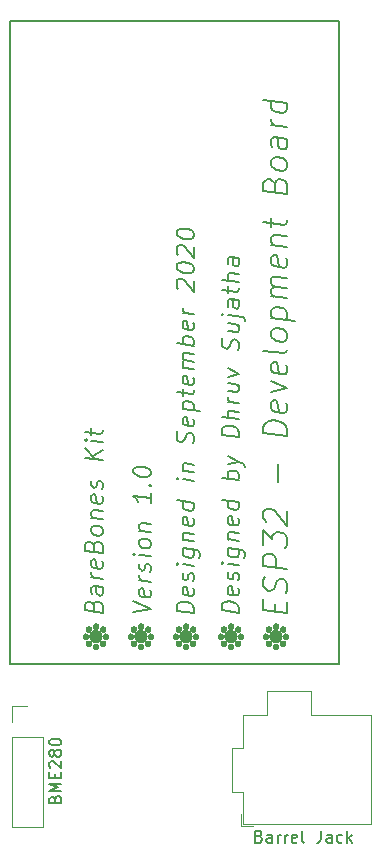
<source format=gbr>
%TF.GenerationSoftware,KiCad,Pcbnew,(5.1.6)-1*%
%TF.CreationDate,2020-09-03T22:55:09+05:30*%
%TF.ProjectId,WeatherStationKit (BareBones),57656174-6865-4725-9374-6174696f6e4b,rev?*%
%TF.SameCoordinates,Original*%
%TF.FileFunction,Legend,Top*%
%TF.FilePolarity,Positive*%
%FSLAX46Y46*%
G04 Gerber Fmt 4.6, Leading zero omitted, Abs format (unit mm)*
G04 Created by KiCad (PCBNEW (5.1.6)-1) date 2020-09-03 22:55:09*
%MOMM*%
%LPD*%
G01*
G04 APERTURE LIST*
%ADD10C,0.200000*%
%ADD11C,0.120000*%
%ADD12C,0.010000*%
%ADD13C,0.127000*%
%ADD14C,0.150000*%
G04 APERTURE END LIST*
D10*
X97833571Y-106115517D02*
X96333571Y-105928017D01*
X96333571Y-105570875D01*
X96405000Y-105365517D01*
X96547857Y-105240517D01*
X96690714Y-105186946D01*
X96976428Y-105151232D01*
X97190714Y-105178017D01*
X97476428Y-105285160D01*
X97619285Y-105374446D01*
X97762142Y-105535160D01*
X97833571Y-105758375D01*
X97833571Y-106115517D01*
X97762142Y-104035160D02*
X97833571Y-104186946D01*
X97833571Y-104472660D01*
X97762142Y-104606589D01*
X97619285Y-104660160D01*
X97047857Y-104588732D01*
X96905000Y-104499446D01*
X96833571Y-104347660D01*
X96833571Y-104061946D01*
X96905000Y-103928017D01*
X97047857Y-103874446D01*
X97190714Y-103892303D01*
X97333571Y-104624446D01*
X97762142Y-103392303D02*
X97833571Y-103258375D01*
X97833571Y-102972660D01*
X97762142Y-102820875D01*
X97619285Y-102731589D01*
X97547857Y-102722660D01*
X97405000Y-102776232D01*
X97333571Y-102910160D01*
X97333571Y-103124446D01*
X97262142Y-103258375D01*
X97119285Y-103311946D01*
X97047857Y-103303017D01*
X96905000Y-103213732D01*
X96833571Y-103061946D01*
X96833571Y-102847660D01*
X96905000Y-102713732D01*
X97833571Y-102115517D02*
X96833571Y-101990517D01*
X96333571Y-101928017D02*
X96405000Y-102008375D01*
X96476428Y-101945875D01*
X96405000Y-101865517D01*
X96333571Y-101928017D01*
X96476428Y-101945875D01*
X96833571Y-100633375D02*
X98047857Y-100785160D01*
X98190714Y-100874446D01*
X98262142Y-100954803D01*
X98333571Y-101106589D01*
X98333571Y-101320875D01*
X98262142Y-101454803D01*
X97762142Y-100749446D02*
X97833571Y-100901232D01*
X97833571Y-101186946D01*
X97762142Y-101320875D01*
X97690714Y-101383375D01*
X97547857Y-101436946D01*
X97119285Y-101383375D01*
X96976428Y-101294089D01*
X96905000Y-101213732D01*
X96833571Y-101061946D01*
X96833571Y-100776232D01*
X96905000Y-100642303D01*
X96833571Y-99919089D02*
X97833571Y-100044089D01*
X96976428Y-99936946D02*
X96905000Y-99856589D01*
X96833571Y-99704803D01*
X96833571Y-99490517D01*
X96905000Y-99356589D01*
X97047857Y-99303017D01*
X97833571Y-99401232D01*
X97762142Y-98106589D02*
X97833571Y-98258375D01*
X97833571Y-98544089D01*
X97762142Y-98678017D01*
X97619285Y-98731589D01*
X97047857Y-98660160D01*
X96905000Y-98570875D01*
X96833571Y-98419089D01*
X96833571Y-98133375D01*
X96905000Y-97999446D01*
X97047857Y-97945875D01*
X97190714Y-97963732D01*
X97333571Y-98695875D01*
X97833571Y-96758375D02*
X96333571Y-96570875D01*
X97762142Y-96749446D02*
X97833571Y-96901232D01*
X97833571Y-97186946D01*
X97762142Y-97320875D01*
X97690714Y-97383375D01*
X97547857Y-97436946D01*
X97119285Y-97383375D01*
X96976428Y-97294089D01*
X96905000Y-97213732D01*
X96833571Y-97061946D01*
X96833571Y-96776232D01*
X96905000Y-96642303D01*
X97833571Y-94901232D02*
X96833571Y-94776232D01*
X96333571Y-94713732D02*
X96405000Y-94794089D01*
X96476428Y-94731589D01*
X96405000Y-94651232D01*
X96333571Y-94713732D01*
X96476428Y-94731589D01*
X96833571Y-94061946D02*
X97833571Y-94186946D01*
X96976428Y-94079803D02*
X96905000Y-93999446D01*
X96833571Y-93847660D01*
X96833571Y-93633375D01*
X96905000Y-93499446D01*
X97047857Y-93445875D01*
X97833571Y-93544089D01*
X97762142Y-91749446D02*
X97833571Y-91544089D01*
X97833571Y-91186946D01*
X97762142Y-91035160D01*
X97690714Y-90954803D01*
X97547857Y-90865517D01*
X97405000Y-90847660D01*
X97262142Y-90901232D01*
X97190714Y-90963732D01*
X97119285Y-91097660D01*
X97047857Y-91374446D01*
X96976428Y-91508375D01*
X96905000Y-91570875D01*
X96762142Y-91624446D01*
X96619285Y-91606589D01*
X96476428Y-91517303D01*
X96405000Y-91436946D01*
X96333571Y-91285160D01*
X96333571Y-90928017D01*
X96405000Y-90722660D01*
X97762142Y-89678017D02*
X97833571Y-89829803D01*
X97833571Y-90115517D01*
X97762142Y-90249446D01*
X97619285Y-90303017D01*
X97047857Y-90231589D01*
X96905000Y-90142303D01*
X96833571Y-89990517D01*
X96833571Y-89704803D01*
X96905000Y-89570875D01*
X97047857Y-89517303D01*
X97190714Y-89535160D01*
X97333571Y-90267303D01*
X96833571Y-88847660D02*
X98333571Y-89035160D01*
X96905000Y-88856589D02*
X96833571Y-88704803D01*
X96833571Y-88419089D01*
X96905000Y-88285160D01*
X96976428Y-88222660D01*
X97119285Y-88169089D01*
X97547857Y-88222660D01*
X97690714Y-88311946D01*
X97762142Y-88392303D01*
X97833571Y-88544089D01*
X97833571Y-88829803D01*
X97762142Y-88963732D01*
X96833571Y-87704803D02*
X96833571Y-87133375D01*
X96333571Y-87428017D02*
X97619285Y-87588732D01*
X97762142Y-87535160D01*
X97833571Y-87401232D01*
X97833571Y-87258375D01*
X97762142Y-86178017D02*
X97833571Y-86329803D01*
X97833571Y-86615517D01*
X97762142Y-86749446D01*
X97619285Y-86803017D01*
X97047857Y-86731589D01*
X96905000Y-86642303D01*
X96833571Y-86490517D01*
X96833571Y-86204803D01*
X96905000Y-86070875D01*
X97047857Y-86017303D01*
X97190714Y-86035160D01*
X97333571Y-86767303D01*
X97833571Y-85472660D02*
X96833571Y-85347660D01*
X96976428Y-85365517D02*
X96905000Y-85285160D01*
X96833571Y-85133375D01*
X96833571Y-84919089D01*
X96905000Y-84785160D01*
X97047857Y-84731589D01*
X97833571Y-84829803D01*
X97047857Y-84731589D02*
X96905000Y-84642303D01*
X96833571Y-84490517D01*
X96833571Y-84276232D01*
X96905000Y-84142303D01*
X97047857Y-84088732D01*
X97833571Y-84186946D01*
X97833571Y-83472660D02*
X96333571Y-83285160D01*
X96905000Y-83356589D02*
X96833571Y-83204803D01*
X96833571Y-82919089D01*
X96905000Y-82785160D01*
X96976428Y-82722660D01*
X97119285Y-82669089D01*
X97547857Y-82722660D01*
X97690714Y-82811946D01*
X97762142Y-82892303D01*
X97833571Y-83044089D01*
X97833571Y-83329803D01*
X97762142Y-83463732D01*
X97762142Y-81535160D02*
X97833571Y-81686946D01*
X97833571Y-81972660D01*
X97762142Y-82106589D01*
X97619285Y-82160160D01*
X97047857Y-82088732D01*
X96905000Y-81999446D01*
X96833571Y-81847660D01*
X96833571Y-81561946D01*
X96905000Y-81428017D01*
X97047857Y-81374446D01*
X97190714Y-81392303D01*
X97333571Y-82124446D01*
X97833571Y-80829803D02*
X96833571Y-80704803D01*
X97119285Y-80740517D02*
X96976428Y-80651232D01*
X96905000Y-80570875D01*
X96833571Y-80419089D01*
X96833571Y-80276232D01*
X96476428Y-78660160D02*
X96405000Y-78579803D01*
X96333571Y-78428017D01*
X96333571Y-78070875D01*
X96405000Y-77936946D01*
X96476428Y-77874446D01*
X96619285Y-77820875D01*
X96762142Y-77838732D01*
X96976428Y-77936946D01*
X97833571Y-78901232D01*
X97833571Y-77972660D01*
X96333571Y-76856589D02*
X96333571Y-76713732D01*
X96405000Y-76579803D01*
X96476428Y-76517303D01*
X96619285Y-76463732D01*
X96905000Y-76428017D01*
X97262142Y-76472660D01*
X97547857Y-76579803D01*
X97690714Y-76669089D01*
X97762142Y-76749446D01*
X97833571Y-76901232D01*
X97833571Y-77044089D01*
X97762142Y-77178017D01*
X97690714Y-77240517D01*
X97547857Y-77294089D01*
X97262142Y-77329803D01*
X96905000Y-77285160D01*
X96619285Y-77178017D01*
X96476428Y-77088732D01*
X96405000Y-77008375D01*
X96333571Y-76856589D01*
X96476428Y-75803017D02*
X96405000Y-75722660D01*
X96333571Y-75570875D01*
X96333571Y-75213732D01*
X96405000Y-75079803D01*
X96476428Y-75017303D01*
X96619285Y-74963732D01*
X96762142Y-74981589D01*
X96976428Y-75079803D01*
X97833571Y-76044089D01*
X97833571Y-75115517D01*
X96333571Y-73999446D02*
X96333571Y-73856589D01*
X96405000Y-73722660D01*
X96476428Y-73660160D01*
X96619285Y-73606589D01*
X96905000Y-73570875D01*
X97262142Y-73615517D01*
X97547857Y-73722660D01*
X97690714Y-73811946D01*
X97762142Y-73892303D01*
X97833571Y-74044089D01*
X97833571Y-74186946D01*
X97762142Y-74320875D01*
X97690714Y-74383375D01*
X97547857Y-74436946D01*
X97262142Y-74472660D01*
X96905000Y-74428017D01*
X96619285Y-74320875D01*
X96476428Y-74231589D01*
X96405000Y-74151232D01*
X96333571Y-73999446D01*
X92650571Y-106068160D02*
X94150571Y-105755660D01*
X92650571Y-105068160D01*
X94079142Y-104175303D02*
X94150571Y-104327089D01*
X94150571Y-104612803D01*
X94079142Y-104746732D01*
X93936285Y-104800303D01*
X93364857Y-104728875D01*
X93222000Y-104639589D01*
X93150571Y-104487803D01*
X93150571Y-104202089D01*
X93222000Y-104068160D01*
X93364857Y-104014589D01*
X93507714Y-104032446D01*
X93650571Y-104764589D01*
X94150571Y-103469946D02*
X93150571Y-103344946D01*
X93436285Y-103380660D02*
X93293428Y-103291375D01*
X93222000Y-103211017D01*
X93150571Y-103059232D01*
X93150571Y-102916375D01*
X94079142Y-102603875D02*
X94150571Y-102469946D01*
X94150571Y-102184232D01*
X94079142Y-102032446D01*
X93936285Y-101943160D01*
X93864857Y-101934232D01*
X93722000Y-101987803D01*
X93650571Y-102121732D01*
X93650571Y-102336017D01*
X93579142Y-102469946D01*
X93436285Y-102523517D01*
X93364857Y-102514589D01*
X93222000Y-102425303D01*
X93150571Y-102273517D01*
X93150571Y-102059232D01*
X93222000Y-101925303D01*
X94150571Y-101327089D02*
X93150571Y-101202089D01*
X92650571Y-101139589D02*
X92722000Y-101219946D01*
X92793428Y-101157446D01*
X92722000Y-101077089D01*
X92650571Y-101139589D01*
X92793428Y-101157446D01*
X94150571Y-100398517D02*
X94079142Y-100532446D01*
X94007714Y-100594946D01*
X93864857Y-100648517D01*
X93436285Y-100594946D01*
X93293428Y-100505660D01*
X93222000Y-100425303D01*
X93150571Y-100273517D01*
X93150571Y-100059232D01*
X93222000Y-99925303D01*
X93293428Y-99862803D01*
X93436285Y-99809232D01*
X93864857Y-99862803D01*
X94007714Y-99952089D01*
X94079142Y-100032446D01*
X94150571Y-100184232D01*
X94150571Y-100398517D01*
X93150571Y-99130660D02*
X94150571Y-99255660D01*
X93293428Y-99148517D02*
X93222000Y-99068160D01*
X93150571Y-98916375D01*
X93150571Y-98702089D01*
X93222000Y-98568160D01*
X93364857Y-98514589D01*
X94150571Y-98612803D01*
X94150571Y-95969946D02*
X94150571Y-96827089D01*
X94150571Y-96398517D02*
X92650571Y-96211017D01*
X92864857Y-96380660D01*
X93007714Y-96541375D01*
X93079142Y-96693160D01*
X94007714Y-95309232D02*
X94079142Y-95246732D01*
X94150571Y-95327089D01*
X94079142Y-95389589D01*
X94007714Y-95309232D01*
X94150571Y-95327089D01*
X92650571Y-94139589D02*
X92650571Y-93996732D01*
X92722000Y-93862803D01*
X92793428Y-93800303D01*
X92936285Y-93746732D01*
X93222000Y-93711017D01*
X93579142Y-93755660D01*
X93864857Y-93862803D01*
X94007714Y-93952089D01*
X94079142Y-94032446D01*
X94150571Y-94184232D01*
X94150571Y-94327089D01*
X94079142Y-94461017D01*
X94007714Y-94523517D01*
X93864857Y-94577089D01*
X93579142Y-94612803D01*
X93222000Y-94568160D01*
X92936285Y-94461017D01*
X92793428Y-94371732D01*
X92722000Y-94291375D01*
X92650571Y-94139589D01*
X89300857Y-105490589D02*
X89372285Y-105285232D01*
X89443714Y-105222732D01*
X89586571Y-105169160D01*
X89800857Y-105195946D01*
X89943714Y-105285232D01*
X90015142Y-105365589D01*
X90086571Y-105517375D01*
X90086571Y-106088803D01*
X88586571Y-105901303D01*
X88586571Y-105401303D01*
X88658000Y-105267375D01*
X88729428Y-105204875D01*
X88872285Y-105151303D01*
X89015142Y-105169160D01*
X89158000Y-105258446D01*
X89229428Y-105338803D01*
X89300857Y-105490589D01*
X89300857Y-105990589D01*
X90086571Y-103945946D02*
X89300857Y-103847732D01*
X89158000Y-103901303D01*
X89086571Y-104035232D01*
X89086571Y-104320946D01*
X89158000Y-104472732D01*
X90015142Y-103937017D02*
X90086571Y-104088803D01*
X90086571Y-104445946D01*
X90015142Y-104579875D01*
X89872285Y-104633446D01*
X89729428Y-104615589D01*
X89586571Y-104526303D01*
X89515142Y-104374517D01*
X89515142Y-104017375D01*
X89443714Y-103865589D01*
X90086571Y-103231660D02*
X89086571Y-103106660D01*
X89372285Y-103142375D02*
X89229428Y-103053089D01*
X89158000Y-102972732D01*
X89086571Y-102820946D01*
X89086571Y-102678089D01*
X90015142Y-101722732D02*
X90086571Y-101874517D01*
X90086571Y-102160232D01*
X90015142Y-102294160D01*
X89872285Y-102347732D01*
X89300857Y-102276303D01*
X89158000Y-102187017D01*
X89086571Y-102035232D01*
X89086571Y-101749517D01*
X89158000Y-101615589D01*
X89300857Y-101562017D01*
X89443714Y-101579875D01*
X89586571Y-102312017D01*
X89300857Y-100419160D02*
X89372285Y-100213803D01*
X89443714Y-100151303D01*
X89586571Y-100097732D01*
X89800857Y-100124517D01*
X89943714Y-100213803D01*
X90015142Y-100294160D01*
X90086571Y-100445946D01*
X90086571Y-101017375D01*
X88586571Y-100829875D01*
X88586571Y-100329875D01*
X88658000Y-100195946D01*
X88729428Y-100133446D01*
X88872285Y-100079875D01*
X89015142Y-100097732D01*
X89158000Y-100187017D01*
X89229428Y-100267375D01*
X89300857Y-100419160D01*
X89300857Y-100919160D01*
X90086571Y-99303089D02*
X90015142Y-99437017D01*
X89943714Y-99499517D01*
X89800857Y-99553089D01*
X89372285Y-99499517D01*
X89229428Y-99410232D01*
X89158000Y-99329875D01*
X89086571Y-99178089D01*
X89086571Y-98963803D01*
X89158000Y-98829875D01*
X89229428Y-98767375D01*
X89372285Y-98713803D01*
X89800857Y-98767375D01*
X89943714Y-98856660D01*
X90015142Y-98937017D01*
X90086571Y-99088803D01*
X90086571Y-99303089D01*
X89086571Y-98035232D02*
X90086571Y-98160232D01*
X89229428Y-98053089D02*
X89158000Y-97972732D01*
X89086571Y-97820946D01*
X89086571Y-97606660D01*
X89158000Y-97472732D01*
X89300857Y-97419160D01*
X90086571Y-97517375D01*
X90015142Y-96222732D02*
X90086571Y-96374517D01*
X90086571Y-96660232D01*
X90015142Y-96794160D01*
X89872285Y-96847732D01*
X89300857Y-96776303D01*
X89158000Y-96687017D01*
X89086571Y-96535232D01*
X89086571Y-96249517D01*
X89158000Y-96115589D01*
X89300857Y-96062017D01*
X89443714Y-96079875D01*
X89586571Y-96812017D01*
X90015142Y-95579875D02*
X90086571Y-95445946D01*
X90086571Y-95160232D01*
X90015142Y-95008446D01*
X89872285Y-94919160D01*
X89800857Y-94910232D01*
X89658000Y-94963803D01*
X89586571Y-95097732D01*
X89586571Y-95312017D01*
X89515142Y-95445946D01*
X89372285Y-95499517D01*
X89300857Y-95490589D01*
X89158000Y-95401303D01*
X89086571Y-95249517D01*
X89086571Y-95035232D01*
X89158000Y-94901303D01*
X90086571Y-93160232D02*
X88586571Y-92972732D01*
X90086571Y-92303089D02*
X89229428Y-92838803D01*
X88586571Y-92115589D02*
X89443714Y-93079875D01*
X90086571Y-91660232D02*
X89086571Y-91535232D01*
X88586571Y-91472732D02*
X88658000Y-91553089D01*
X88729428Y-91490589D01*
X88658000Y-91410232D01*
X88586571Y-91472732D01*
X88729428Y-91490589D01*
X89086571Y-91035232D02*
X89086571Y-90463803D01*
X88586571Y-90758446D02*
X89872285Y-90919160D01*
X90015142Y-90865589D01*
X90086571Y-90731660D01*
X90086571Y-90588803D01*
X101643571Y-106079946D02*
X100143571Y-105892446D01*
X100143571Y-105535303D01*
X100215000Y-105329946D01*
X100357857Y-105204946D01*
X100500714Y-105151375D01*
X100786428Y-105115660D01*
X101000714Y-105142446D01*
X101286428Y-105249589D01*
X101429285Y-105338875D01*
X101572142Y-105499589D01*
X101643571Y-105722803D01*
X101643571Y-106079946D01*
X101572142Y-103999589D02*
X101643571Y-104151375D01*
X101643571Y-104437089D01*
X101572142Y-104571017D01*
X101429285Y-104624589D01*
X100857857Y-104553160D01*
X100715000Y-104463875D01*
X100643571Y-104312089D01*
X100643571Y-104026375D01*
X100715000Y-103892446D01*
X100857857Y-103838875D01*
X101000714Y-103856732D01*
X101143571Y-104588875D01*
X101572142Y-103356732D02*
X101643571Y-103222803D01*
X101643571Y-102937089D01*
X101572142Y-102785303D01*
X101429285Y-102696017D01*
X101357857Y-102687089D01*
X101215000Y-102740660D01*
X101143571Y-102874589D01*
X101143571Y-103088875D01*
X101072142Y-103222803D01*
X100929285Y-103276375D01*
X100857857Y-103267446D01*
X100715000Y-103178160D01*
X100643571Y-103026375D01*
X100643571Y-102812089D01*
X100715000Y-102678160D01*
X101643571Y-102079946D02*
X100643571Y-101954946D01*
X100143571Y-101892446D02*
X100215000Y-101972803D01*
X100286428Y-101910303D01*
X100215000Y-101829946D01*
X100143571Y-101892446D01*
X100286428Y-101910303D01*
X100643571Y-100597803D02*
X101857857Y-100749589D01*
X102000714Y-100838875D01*
X102072142Y-100919232D01*
X102143571Y-101071017D01*
X102143571Y-101285303D01*
X102072142Y-101419232D01*
X101572142Y-100713875D02*
X101643571Y-100865660D01*
X101643571Y-101151375D01*
X101572142Y-101285303D01*
X101500714Y-101347803D01*
X101357857Y-101401375D01*
X100929285Y-101347803D01*
X100786428Y-101258517D01*
X100715000Y-101178160D01*
X100643571Y-101026375D01*
X100643571Y-100740660D01*
X100715000Y-100606732D01*
X100643571Y-99883517D02*
X101643571Y-100008517D01*
X100786428Y-99901375D02*
X100715000Y-99821017D01*
X100643571Y-99669232D01*
X100643571Y-99454946D01*
X100715000Y-99321017D01*
X100857857Y-99267446D01*
X101643571Y-99365660D01*
X101572142Y-98071017D02*
X101643571Y-98222803D01*
X101643571Y-98508517D01*
X101572142Y-98642446D01*
X101429285Y-98696017D01*
X100857857Y-98624589D01*
X100715000Y-98535303D01*
X100643571Y-98383517D01*
X100643571Y-98097803D01*
X100715000Y-97963875D01*
X100857857Y-97910303D01*
X101000714Y-97928160D01*
X101143571Y-98660303D01*
X101643571Y-96722803D02*
X100143571Y-96535303D01*
X101572142Y-96713875D02*
X101643571Y-96865660D01*
X101643571Y-97151375D01*
X101572142Y-97285303D01*
X101500714Y-97347803D01*
X101357857Y-97401375D01*
X100929285Y-97347803D01*
X100786428Y-97258517D01*
X100715000Y-97178160D01*
X100643571Y-97026375D01*
X100643571Y-96740660D01*
X100715000Y-96606732D01*
X101643571Y-94865660D02*
X100143571Y-94678160D01*
X100715000Y-94749589D02*
X100643571Y-94597803D01*
X100643571Y-94312089D01*
X100715000Y-94178160D01*
X100786428Y-94115660D01*
X100929285Y-94062089D01*
X101357857Y-94115660D01*
X101500714Y-94204946D01*
X101572142Y-94285303D01*
X101643571Y-94437089D01*
X101643571Y-94722803D01*
X101572142Y-94856732D01*
X100643571Y-93526375D02*
X101643571Y-93294232D01*
X100643571Y-92812089D02*
X101643571Y-93294232D01*
X102000714Y-93481732D01*
X102072142Y-93562089D01*
X102143571Y-93713875D01*
X101643571Y-91222803D02*
X100143571Y-91035303D01*
X100143571Y-90678160D01*
X100215000Y-90472803D01*
X100357857Y-90347803D01*
X100500714Y-90294232D01*
X100786428Y-90258517D01*
X101000714Y-90285303D01*
X101286428Y-90392446D01*
X101429285Y-90481732D01*
X101572142Y-90642446D01*
X101643571Y-90865660D01*
X101643571Y-91222803D01*
X101643571Y-89722803D02*
X100143571Y-89535303D01*
X101643571Y-89079946D02*
X100857857Y-88981732D01*
X100715000Y-89035303D01*
X100643571Y-89169232D01*
X100643571Y-89383517D01*
X100715000Y-89535303D01*
X100786428Y-89615660D01*
X101643571Y-88365660D02*
X100643571Y-88240660D01*
X100929285Y-88276375D02*
X100786428Y-88187089D01*
X100715000Y-88106732D01*
X100643571Y-87954946D01*
X100643571Y-87812089D01*
X100643571Y-86669232D02*
X101643571Y-86794232D01*
X100643571Y-87312089D02*
X101429285Y-87410303D01*
X101572142Y-87356732D01*
X101643571Y-87222803D01*
X101643571Y-87008517D01*
X101572142Y-86856732D01*
X101500714Y-86776375D01*
X100643571Y-86097803D02*
X101643571Y-85865660D01*
X100643571Y-85383517D01*
X101572142Y-83856732D02*
X101643571Y-83651375D01*
X101643571Y-83294232D01*
X101572142Y-83142446D01*
X101500714Y-83062089D01*
X101357857Y-82972803D01*
X101215000Y-82954946D01*
X101072142Y-83008517D01*
X101000714Y-83071017D01*
X100929285Y-83204946D01*
X100857857Y-83481732D01*
X100786428Y-83615660D01*
X100715000Y-83678160D01*
X100572142Y-83731732D01*
X100429285Y-83713875D01*
X100286428Y-83624589D01*
X100215000Y-83544232D01*
X100143571Y-83392446D01*
X100143571Y-83035303D01*
X100215000Y-82829946D01*
X100643571Y-81597803D02*
X101643571Y-81722803D01*
X100643571Y-82240660D02*
X101429285Y-82338875D01*
X101572142Y-82285303D01*
X101643571Y-82151375D01*
X101643571Y-81937089D01*
X101572142Y-81785303D01*
X101500714Y-81704946D01*
X100643571Y-80883517D02*
X101929285Y-81044232D01*
X102072142Y-81133517D01*
X102143571Y-81285303D01*
X102143571Y-81356732D01*
X100143571Y-80821017D02*
X100215000Y-80901375D01*
X100286428Y-80838875D01*
X100215000Y-80758517D01*
X100143571Y-80821017D01*
X100286428Y-80838875D01*
X101643571Y-79651375D02*
X100857857Y-79553160D01*
X100715000Y-79606732D01*
X100643571Y-79740660D01*
X100643571Y-80026375D01*
X100715000Y-80178160D01*
X101572142Y-79642446D02*
X101643571Y-79794232D01*
X101643571Y-80151375D01*
X101572142Y-80285303D01*
X101429285Y-80338875D01*
X101286428Y-80321017D01*
X101143571Y-80231732D01*
X101072142Y-80079946D01*
X101072142Y-79722803D01*
X101000714Y-79571017D01*
X100643571Y-79026375D02*
X100643571Y-78454946D01*
X100143571Y-78749589D02*
X101429285Y-78910303D01*
X101572142Y-78856732D01*
X101643571Y-78722803D01*
X101643571Y-78579946D01*
X101643571Y-78079946D02*
X100143571Y-77892446D01*
X101643571Y-77437089D02*
X100857857Y-77338875D01*
X100715000Y-77392446D01*
X100643571Y-77526375D01*
X100643571Y-77740660D01*
X100715000Y-77892446D01*
X100786428Y-77972803D01*
X101643571Y-76079946D02*
X100857857Y-75981732D01*
X100715000Y-76035303D01*
X100643571Y-76169232D01*
X100643571Y-76454946D01*
X100715000Y-76606732D01*
X101572142Y-76071017D02*
X101643571Y-76222803D01*
X101643571Y-76579946D01*
X101572142Y-76713875D01*
X101429285Y-76767446D01*
X101286428Y-76749589D01*
X101143571Y-76660303D01*
X101072142Y-76508517D01*
X101072142Y-76151375D01*
X101000714Y-75999589D01*
D11*
%TO.C,Barrel Jack*%
X101981000Y-123977400D02*
X101981000Y-121234200D01*
X100990400Y-121234200D02*
X101981000Y-121234200D01*
X100990400Y-117525800D02*
X100990400Y-121234200D01*
X101955600Y-117525800D02*
X100990400Y-117525800D01*
X101955600Y-114782600D02*
X101955600Y-117525800D01*
X103962200Y-114782600D02*
X101955600Y-114782600D01*
X103962200Y-112750600D02*
X103962200Y-114782600D01*
X107696000Y-112750600D02*
X103962200Y-112750600D01*
X107696000Y-114782600D02*
X107696000Y-112750600D01*
X112750600Y-114782600D02*
X107696000Y-114782600D01*
X112750600Y-123977400D02*
X112750600Y-114782600D01*
X101981000Y-123977400D02*
X112750600Y-123977400D01*
X101770000Y-123130000D02*
X101770000Y-124180000D01*
X102820000Y-124180000D02*
X101770000Y-124180000D01*
D12*
%TO.C,G\u002A\u002A\u002A*%
G36*
X104730169Y-107001922D02*
G01*
X104752280Y-107003903D01*
X104770272Y-107008101D01*
X104788349Y-107015247D01*
X104793814Y-107017789D01*
X104841158Y-107046755D01*
X104879639Y-107084274D01*
X104908041Y-107128639D01*
X104917901Y-107149768D01*
X104924002Y-107167148D01*
X104927233Y-107185162D01*
X104928482Y-107208189D01*
X104928654Y-107230223D01*
X104928215Y-107260108D01*
X104926383Y-107281659D01*
X104922386Y-107299070D01*
X104915450Y-107316536D01*
X104911045Y-107325772D01*
X104883374Y-107369288D01*
X104847718Y-107405380D01*
X104805982Y-107433136D01*
X104760072Y-107451644D01*
X104711894Y-107459993D01*
X104663354Y-107457273D01*
X104644868Y-107453052D01*
X104604902Y-107439252D01*
X104572693Y-107421434D01*
X104543510Y-107396790D01*
X104534518Y-107387517D01*
X104503556Y-107348850D01*
X104483558Y-107309546D01*
X104473214Y-107266367D01*
X104471008Y-107230333D01*
X104471500Y-107201705D01*
X104473923Y-107180398D01*
X104479353Y-107161221D01*
X104488862Y-107138981D01*
X104490735Y-107135000D01*
X104519776Y-107087546D01*
X104557674Y-107048946D01*
X104602535Y-107020241D01*
X104621946Y-107011177D01*
X104638695Y-107005587D01*
X104657018Y-107002651D01*
X104681150Y-107001548D01*
X104699740Y-107001426D01*
X104730169Y-107001922D01*
G37*
X104730169Y-107001922D02*
X104752280Y-107003903D01*
X104770272Y-107008101D01*
X104788349Y-107015247D01*
X104793814Y-107017789D01*
X104841158Y-107046755D01*
X104879639Y-107084274D01*
X104908041Y-107128639D01*
X104917901Y-107149768D01*
X104924002Y-107167148D01*
X104927233Y-107185162D01*
X104928482Y-107208189D01*
X104928654Y-107230223D01*
X104928215Y-107260108D01*
X104926383Y-107281659D01*
X104922386Y-107299070D01*
X104915450Y-107316536D01*
X104911045Y-107325772D01*
X104883374Y-107369288D01*
X104847718Y-107405380D01*
X104805982Y-107433136D01*
X104760072Y-107451644D01*
X104711894Y-107459993D01*
X104663354Y-107457273D01*
X104644868Y-107453052D01*
X104604902Y-107439252D01*
X104572693Y-107421434D01*
X104543510Y-107396790D01*
X104534518Y-107387517D01*
X104503556Y-107348850D01*
X104483558Y-107309546D01*
X104473214Y-107266367D01*
X104471008Y-107230333D01*
X104471500Y-107201705D01*
X104473923Y-107180398D01*
X104479353Y-107161221D01*
X104488862Y-107138981D01*
X104490735Y-107135000D01*
X104519776Y-107087546D01*
X104557674Y-107048946D01*
X104602535Y-107020241D01*
X104621946Y-107011177D01*
X104638695Y-107005587D01*
X104657018Y-107002651D01*
X104681150Y-107001548D01*
X104699740Y-107001426D01*
X104730169Y-107001922D01*
G36*
X105348901Y-107252262D02*
G01*
X105395683Y-107266230D01*
X105437176Y-107290692D01*
X105470503Y-107321298D01*
X105500770Y-107360356D01*
X105519871Y-107400962D01*
X105529037Y-107446281D01*
X105530289Y-107474926D01*
X105524797Y-107530585D01*
X105508537Y-107579834D01*
X105481578Y-107622555D01*
X105443992Y-107658630D01*
X105407256Y-107682125D01*
X105386942Y-107692385D01*
X105369727Y-107698855D01*
X105351275Y-107702544D01*
X105327251Y-107704460D01*
X105308086Y-107705186D01*
X105276155Y-107705552D01*
X105252496Y-107703993D01*
X105232918Y-107700004D01*
X105215624Y-107694037D01*
X105178196Y-107673578D01*
X105142581Y-107643688D01*
X105111937Y-107607407D01*
X105093435Y-107576459D01*
X105083339Y-107554729D01*
X105077236Y-107536883D01*
X105074159Y-107518248D01*
X105073141Y-107494151D01*
X105073103Y-107478172D01*
X105076943Y-107428201D01*
X105088895Y-107385848D01*
X105110189Y-107348246D01*
X105142061Y-107312524D01*
X105145754Y-107309059D01*
X105187300Y-107277365D01*
X105231375Y-107257474D01*
X105279731Y-107248673D01*
X105295158Y-107248089D01*
X105348901Y-107252262D01*
G37*
X105348901Y-107252262D02*
X105395683Y-107266230D01*
X105437176Y-107290692D01*
X105470503Y-107321298D01*
X105500770Y-107360356D01*
X105519871Y-107400962D01*
X105529037Y-107446281D01*
X105530289Y-107474926D01*
X105524797Y-107530585D01*
X105508537Y-107579834D01*
X105481578Y-107622555D01*
X105443992Y-107658630D01*
X105407256Y-107682125D01*
X105386942Y-107692385D01*
X105369727Y-107698855D01*
X105351275Y-107702544D01*
X105327251Y-107704460D01*
X105308086Y-107705186D01*
X105276155Y-107705552D01*
X105252496Y-107703993D01*
X105232918Y-107700004D01*
X105215624Y-107694037D01*
X105178196Y-107673578D01*
X105142581Y-107643688D01*
X105111937Y-107607407D01*
X105093435Y-107576459D01*
X105083339Y-107554729D01*
X105077236Y-107536883D01*
X105074159Y-107518248D01*
X105073141Y-107494151D01*
X105073103Y-107478172D01*
X105076943Y-107428201D01*
X105088895Y-107385848D01*
X105110189Y-107348246D01*
X105142061Y-107312524D01*
X105145754Y-107309059D01*
X105187300Y-107277365D01*
X105231375Y-107257474D01*
X105279731Y-107248673D01*
X105295158Y-107248089D01*
X105348901Y-107252262D01*
G36*
X104165364Y-107256686D02*
G01*
X104210182Y-107275267D01*
X104250770Y-107303431D01*
X104285488Y-107340904D01*
X104308971Y-107379487D01*
X104317291Y-107397768D01*
X104322503Y-107414075D01*
X104325314Y-107432363D01*
X104326429Y-107456584D01*
X104326580Y-107478061D01*
X104326206Y-107508444D01*
X104324610Y-107530253D01*
X104321084Y-107547445D01*
X104314920Y-107563978D01*
X104308904Y-107576773D01*
X104280989Y-107620187D01*
X104243900Y-107657458D01*
X104200599Y-107685627D01*
X104199514Y-107686163D01*
X104178870Y-107695295D01*
X104159574Y-107700869D01*
X104136971Y-107703842D01*
X104107074Y-107705153D01*
X104079782Y-107705195D01*
X104055670Y-107704173D01*
X104038671Y-107702292D01*
X104034910Y-107701400D01*
X103991031Y-107681644D01*
X103950608Y-107652865D01*
X103916921Y-107617752D01*
X103898346Y-107589438D01*
X103878560Y-107540009D01*
X103870224Y-107489010D01*
X103873088Y-107438305D01*
X103886898Y-107389758D01*
X103911403Y-107345233D01*
X103935153Y-107317089D01*
X103976548Y-107283655D01*
X104021906Y-107261171D01*
X104069587Y-107249364D01*
X104117952Y-107247960D01*
X104165364Y-107256686D01*
G37*
X104165364Y-107256686D02*
X104210182Y-107275267D01*
X104250770Y-107303431D01*
X104285488Y-107340904D01*
X104308971Y-107379487D01*
X104317291Y-107397768D01*
X104322503Y-107414075D01*
X104325314Y-107432363D01*
X104326429Y-107456584D01*
X104326580Y-107478061D01*
X104326206Y-107508444D01*
X104324610Y-107530253D01*
X104321084Y-107547445D01*
X104314920Y-107563978D01*
X104308904Y-107576773D01*
X104280989Y-107620187D01*
X104243900Y-107657458D01*
X104200599Y-107685627D01*
X104199514Y-107686163D01*
X104178870Y-107695295D01*
X104159574Y-107700869D01*
X104136971Y-107703842D01*
X104107074Y-107705153D01*
X104079782Y-107705195D01*
X104055670Y-107704173D01*
X104038671Y-107702292D01*
X104034910Y-107701400D01*
X103991031Y-107681644D01*
X103950608Y-107652865D01*
X103916921Y-107617752D01*
X103898346Y-107589438D01*
X103878560Y-107540009D01*
X103870224Y-107489010D01*
X103873088Y-107438305D01*
X103886898Y-107389758D01*
X103911403Y-107345233D01*
X103935153Y-107317089D01*
X103976548Y-107283655D01*
X104021906Y-107261171D01*
X104069587Y-107249364D01*
X104117952Y-107247960D01*
X104165364Y-107256686D01*
G36*
X105603755Y-107854881D02*
G01*
X105653116Y-107871811D01*
X105696477Y-107899170D01*
X105732686Y-107936262D01*
X105756790Y-107974542D01*
X105765259Y-107992313D01*
X105770672Y-108007728D01*
X105773705Y-108024514D01*
X105775029Y-108046395D01*
X105775321Y-108077000D01*
X105774983Y-108108106D01*
X105773553Y-108130380D01*
X105770404Y-108147525D01*
X105764912Y-108163245D01*
X105758359Y-108177388D01*
X105729610Y-108222287D01*
X105692323Y-108258709D01*
X105648032Y-108285656D01*
X105598269Y-108302129D01*
X105559431Y-108306965D01*
X105526080Y-108306680D01*
X105497317Y-108303283D01*
X105485485Y-108300322D01*
X105435218Y-108277654D01*
X105392570Y-108245056D01*
X105357773Y-108202738D01*
X105338872Y-108168849D01*
X105323807Y-108122959D01*
X105319698Y-108074560D01*
X105325927Y-108025975D01*
X105341874Y-107979526D01*
X105366922Y-107937535D01*
X105400451Y-107902326D01*
X105412305Y-107893267D01*
X105450089Y-107870083D01*
X105486323Y-107856127D01*
X105525858Y-107849836D01*
X105549543Y-107849076D01*
X105603755Y-107854881D01*
G37*
X105603755Y-107854881D02*
X105653116Y-107871811D01*
X105696477Y-107899170D01*
X105732686Y-107936262D01*
X105756790Y-107974542D01*
X105765259Y-107992313D01*
X105770672Y-108007728D01*
X105773705Y-108024514D01*
X105775029Y-108046395D01*
X105775321Y-108077000D01*
X105774983Y-108108106D01*
X105773553Y-108130380D01*
X105770404Y-108147525D01*
X105764912Y-108163245D01*
X105758359Y-108177388D01*
X105729610Y-108222287D01*
X105692323Y-108258709D01*
X105648032Y-108285656D01*
X105598269Y-108302129D01*
X105559431Y-108306965D01*
X105526080Y-108306680D01*
X105497317Y-108303283D01*
X105485485Y-108300322D01*
X105435218Y-108277654D01*
X105392570Y-108245056D01*
X105357773Y-108202738D01*
X105338872Y-108168849D01*
X105323807Y-108122959D01*
X105319698Y-108074560D01*
X105325927Y-108025975D01*
X105341874Y-107979526D01*
X105366922Y-107937535D01*
X105400451Y-107902326D01*
X105412305Y-107893267D01*
X105450089Y-107870083D01*
X105486323Y-107856127D01*
X105525858Y-107849836D01*
X105549543Y-107849076D01*
X105603755Y-107854881D01*
G36*
X103901470Y-107853454D02*
G01*
X103946181Y-107867510D01*
X103986627Y-107891829D01*
X104005405Y-107907549D01*
X104040530Y-107947116D01*
X104064720Y-107990341D01*
X104078502Y-108035778D01*
X104082402Y-108081986D01*
X104076944Y-108127522D01*
X104062655Y-108170941D01*
X104040061Y-108210801D01*
X104009687Y-108245660D01*
X103972058Y-108274073D01*
X103927702Y-108294599D01*
X103877142Y-108305793D01*
X103859826Y-108307165D01*
X103826839Y-108307250D01*
X103800301Y-108303521D01*
X103779216Y-108297066D01*
X103729593Y-108273468D01*
X103689599Y-108242608D01*
X103657861Y-108203243D01*
X103640687Y-108171826D01*
X103632532Y-108152622D01*
X103627558Y-108134795D01*
X103625024Y-108114096D01*
X103624190Y-108086274D01*
X103624160Y-108077000D01*
X103624585Y-108047287D01*
X103626395Y-108025851D01*
X103630393Y-108008440D01*
X103637385Y-107990802D01*
X103642468Y-107980131D01*
X103671679Y-107934554D01*
X103710367Y-107896960D01*
X103757741Y-107868104D01*
X103781923Y-107857565D01*
X103802075Y-107851619D01*
X103823874Y-107849070D01*
X103849938Y-107848695D01*
X103901470Y-107853454D01*
G37*
X103901470Y-107853454D02*
X103946181Y-107867510D01*
X103986627Y-107891829D01*
X104005405Y-107907549D01*
X104040530Y-107947116D01*
X104064720Y-107990341D01*
X104078502Y-108035778D01*
X104082402Y-108081986D01*
X104076944Y-108127522D01*
X104062655Y-108170941D01*
X104040061Y-108210801D01*
X104009687Y-108245660D01*
X103972058Y-108274073D01*
X103927702Y-108294599D01*
X103877142Y-108305793D01*
X103859826Y-108307165D01*
X103826839Y-108307250D01*
X103800301Y-108303521D01*
X103779216Y-108297066D01*
X103729593Y-108273468D01*
X103689599Y-108242608D01*
X103657861Y-108203243D01*
X103640687Y-108171826D01*
X103632532Y-108152622D01*
X103627558Y-108134795D01*
X103625024Y-108114096D01*
X103624190Y-108086274D01*
X103624160Y-108077000D01*
X103624585Y-108047287D01*
X103626395Y-108025851D01*
X103630393Y-108008440D01*
X103637385Y-107990802D01*
X103642468Y-107980131D01*
X103671679Y-107934554D01*
X103710367Y-107896960D01*
X103757741Y-107868104D01*
X103781923Y-107857565D01*
X103802075Y-107851619D01*
X103823874Y-107849070D01*
X103849938Y-107848695D01*
X103901470Y-107853454D01*
G36*
X104738489Y-107566378D02*
G01*
X104770737Y-107567666D01*
X104796237Y-107570178D01*
X104817875Y-107574165D01*
X104831444Y-107577725D01*
X104909235Y-107606463D01*
X104979992Y-107645094D01*
X105043015Y-107692886D01*
X105097601Y-107749109D01*
X105143048Y-107813030D01*
X105178655Y-107883919D01*
X105203720Y-107961043D01*
X105205199Y-107967247D01*
X105211505Y-108006520D01*
X105214623Y-108053192D01*
X105214549Y-108102530D01*
X105211283Y-108149802D01*
X105205297Y-108188139D01*
X105182935Y-108261957D01*
X105149277Y-108331799D01*
X105105277Y-108396389D01*
X105051889Y-108454450D01*
X104990066Y-108504705D01*
X104949614Y-108530411D01*
X104914984Y-108547176D01*
X104872189Y-108563093D01*
X104825596Y-108576816D01*
X104779574Y-108587002D01*
X104752759Y-108591007D01*
X104727109Y-108593789D01*
X104706075Y-108595779D01*
X104692861Y-108596687D01*
X104690333Y-108596667D01*
X104681261Y-108595588D01*
X104663616Y-108593516D01*
X104642106Y-108591002D01*
X104565040Y-108575963D01*
X104492650Y-108549945D01*
X104425800Y-108513921D01*
X104365357Y-108468864D01*
X104312186Y-108415744D01*
X104267153Y-108355536D01*
X104231124Y-108289212D01*
X104204965Y-108217742D01*
X104189542Y-108142101D01*
X104185513Y-108078238D01*
X104191448Y-107998322D01*
X104208941Y-107922220D01*
X104237354Y-107850807D01*
X104276050Y-107784961D01*
X104324391Y-107725557D01*
X104381741Y-107673472D01*
X104447463Y-107629581D01*
X104520919Y-107594761D01*
X104542950Y-107586700D01*
X104566848Y-107578724D01*
X104586410Y-107573137D01*
X104604835Y-107569510D01*
X104625325Y-107567414D01*
X104651078Y-107566418D01*
X104685294Y-107566094D01*
X104696605Y-107566065D01*
X104738489Y-107566378D01*
G37*
X104738489Y-107566378D02*
X104770737Y-107567666D01*
X104796237Y-107570178D01*
X104817875Y-107574165D01*
X104831444Y-107577725D01*
X104909235Y-107606463D01*
X104979992Y-107645094D01*
X105043015Y-107692886D01*
X105097601Y-107749109D01*
X105143048Y-107813030D01*
X105178655Y-107883919D01*
X105203720Y-107961043D01*
X105205199Y-107967247D01*
X105211505Y-108006520D01*
X105214623Y-108053192D01*
X105214549Y-108102530D01*
X105211283Y-108149802D01*
X105205297Y-108188139D01*
X105182935Y-108261957D01*
X105149277Y-108331799D01*
X105105277Y-108396389D01*
X105051889Y-108454450D01*
X104990066Y-108504705D01*
X104949614Y-108530411D01*
X104914984Y-108547176D01*
X104872189Y-108563093D01*
X104825596Y-108576816D01*
X104779574Y-108587002D01*
X104752759Y-108591007D01*
X104727109Y-108593789D01*
X104706075Y-108595779D01*
X104692861Y-108596687D01*
X104690333Y-108596667D01*
X104681261Y-108595588D01*
X104663616Y-108593516D01*
X104642106Y-108591002D01*
X104565040Y-108575963D01*
X104492650Y-108549945D01*
X104425800Y-108513921D01*
X104365357Y-108468864D01*
X104312186Y-108415744D01*
X104267153Y-108355536D01*
X104231124Y-108289212D01*
X104204965Y-108217742D01*
X104189542Y-108142101D01*
X104185513Y-108078238D01*
X104191448Y-107998322D01*
X104208941Y-107922220D01*
X104237354Y-107850807D01*
X104276050Y-107784961D01*
X104324391Y-107725557D01*
X104381741Y-107673472D01*
X104447463Y-107629581D01*
X104520919Y-107594761D01*
X104542950Y-107586700D01*
X104566848Y-107578724D01*
X104586410Y-107573137D01*
X104604835Y-107569510D01*
X104625325Y-107567414D01*
X104651078Y-107566418D01*
X104685294Y-107566094D01*
X104696605Y-107566065D01*
X104738489Y-107566378D01*
G36*
X105333577Y-108450794D02*
G01*
X105356841Y-108453090D01*
X105375610Y-108457675D01*
X105391683Y-108464144D01*
X105437338Y-108491453D01*
X105474830Y-108526571D01*
X105503499Y-108567819D01*
X105522685Y-108613520D01*
X105531728Y-108661995D01*
X105529967Y-108711565D01*
X105516742Y-108760552D01*
X105512340Y-108770841D01*
X105485886Y-108814587D01*
X105450819Y-108851274D01*
X105409124Y-108879874D01*
X105362787Y-108899356D01*
X105313793Y-108908690D01*
X105264127Y-108906848D01*
X105253797Y-108904944D01*
X105206188Y-108888737D01*
X105162294Y-108861875D01*
X105124835Y-108826209D01*
X105110709Y-108807642D01*
X105086235Y-108761398D01*
X105073169Y-108712815D01*
X105071040Y-108663573D01*
X105079375Y-108615351D01*
X105097700Y-108569830D01*
X105125543Y-108528688D01*
X105162431Y-108493606D01*
X105206642Y-108466845D01*
X105225957Y-108458624D01*
X105243771Y-108453607D01*
X105264347Y-108451047D01*
X105291950Y-108450198D01*
X105301814Y-108450165D01*
X105333577Y-108450794D01*
G37*
X105333577Y-108450794D02*
X105356841Y-108453090D01*
X105375610Y-108457675D01*
X105391683Y-108464144D01*
X105437338Y-108491453D01*
X105474830Y-108526571D01*
X105503499Y-108567819D01*
X105522685Y-108613520D01*
X105531728Y-108661995D01*
X105529967Y-108711565D01*
X105516742Y-108760552D01*
X105512340Y-108770841D01*
X105485886Y-108814587D01*
X105450819Y-108851274D01*
X105409124Y-108879874D01*
X105362787Y-108899356D01*
X105313793Y-108908690D01*
X105264127Y-108906848D01*
X105253797Y-108904944D01*
X105206188Y-108888737D01*
X105162294Y-108861875D01*
X105124835Y-108826209D01*
X105110709Y-108807642D01*
X105086235Y-108761398D01*
X105073169Y-108712815D01*
X105071040Y-108663573D01*
X105079375Y-108615351D01*
X105097700Y-108569830D01*
X105125543Y-108528688D01*
X105162431Y-108493606D01*
X105206642Y-108466845D01*
X105225957Y-108458624D01*
X105243771Y-108453607D01*
X105264347Y-108451047D01*
X105291950Y-108450198D01*
X105301814Y-108450165D01*
X105333577Y-108450794D01*
G36*
X104130532Y-108450483D02*
G01*
X104151663Y-108451914D01*
X104168135Y-108455248D01*
X104183885Y-108461263D01*
X104201701Y-108470134D01*
X104238392Y-108494305D01*
X104271994Y-108525705D01*
X104299393Y-108560962D01*
X104316730Y-108594663D01*
X104328419Y-108642984D01*
X104329381Y-108694008D01*
X104320041Y-108744700D01*
X104300825Y-108792023D01*
X104285621Y-108816321D01*
X104252428Y-108851997D01*
X104211504Y-108879807D01*
X104165402Y-108898852D01*
X104116675Y-108908235D01*
X104067877Y-108907056D01*
X104042665Y-108901788D01*
X104009017Y-108890661D01*
X103982122Y-108877049D01*
X103956980Y-108857990D01*
X103937331Y-108839409D01*
X103912434Y-108812285D01*
X103895437Y-108787125D01*
X103883723Y-108759085D01*
X103874716Y-108723515D01*
X103869730Y-108670250D01*
X103877234Y-108618082D01*
X103890003Y-108581985D01*
X103907503Y-108552489D01*
X103933059Y-108521938D01*
X103963093Y-108493963D01*
X103994025Y-108472195D01*
X104002906Y-108467437D01*
X104020948Y-108459260D01*
X104037221Y-108454141D01*
X104055657Y-108451388D01*
X104080188Y-108450308D01*
X104100802Y-108450174D01*
X104130532Y-108450483D01*
G37*
X104130532Y-108450483D02*
X104151663Y-108451914D01*
X104168135Y-108455248D01*
X104183885Y-108461263D01*
X104201701Y-108470134D01*
X104238392Y-108494305D01*
X104271994Y-108525705D01*
X104299393Y-108560962D01*
X104316730Y-108594663D01*
X104328419Y-108642984D01*
X104329381Y-108694008D01*
X104320041Y-108744700D01*
X104300825Y-108792023D01*
X104285621Y-108816321D01*
X104252428Y-108851997D01*
X104211504Y-108879807D01*
X104165402Y-108898852D01*
X104116675Y-108908235D01*
X104067877Y-108907056D01*
X104042665Y-108901788D01*
X104009017Y-108890661D01*
X103982122Y-108877049D01*
X103956980Y-108857990D01*
X103937331Y-108839409D01*
X103912434Y-108812285D01*
X103895437Y-108787125D01*
X103883723Y-108759085D01*
X103874716Y-108723515D01*
X103869730Y-108670250D01*
X103877234Y-108618082D01*
X103890003Y-108581985D01*
X103907503Y-108552489D01*
X103933059Y-108521938D01*
X103963093Y-108493963D01*
X103994025Y-108472195D01*
X104002906Y-108467437D01*
X104020948Y-108459260D01*
X104037221Y-108454141D01*
X104055657Y-108451388D01*
X104080188Y-108450308D01*
X104100802Y-108450174D01*
X104130532Y-108450483D01*
G36*
X104732464Y-108701506D02*
G01*
X104756204Y-108703288D01*
X104774498Y-108706874D01*
X104790881Y-108712766D01*
X104794916Y-108714577D01*
X104824130Y-108731977D01*
X104854581Y-108756471D01*
X104881706Y-108784030D01*
X104897785Y-108805328D01*
X104918729Y-108849548D01*
X104929212Y-108897550D01*
X104929527Y-108946945D01*
X104919969Y-108995345D01*
X104900831Y-109040361D01*
X104872409Y-109079605D01*
X104862823Y-109089238D01*
X104826370Y-109119066D01*
X104790225Y-109138727D01*
X104750477Y-109149869D01*
X104709148Y-109153945D01*
X104679531Y-109154572D01*
X104657853Y-109153286D01*
X104639575Y-109149448D01*
X104620158Y-109142419D01*
X104616517Y-109140903D01*
X104567878Y-109114700D01*
X104529114Y-109080953D01*
X104499594Y-109038970D01*
X104479388Y-108990341D01*
X104470179Y-108940500D01*
X104472562Y-108890636D01*
X104485729Y-108842609D01*
X104508869Y-108798276D01*
X104541176Y-108759496D01*
X104581839Y-108728129D01*
X104597231Y-108719581D01*
X104615021Y-108711101D01*
X104630441Y-108705680D01*
X104647219Y-108702644D01*
X104669083Y-108701317D01*
X104699740Y-108701024D01*
X104732464Y-108701506D01*
G37*
X104732464Y-108701506D02*
X104756204Y-108703288D01*
X104774498Y-108706874D01*
X104790881Y-108712766D01*
X104794916Y-108714577D01*
X104824130Y-108731977D01*
X104854581Y-108756471D01*
X104881706Y-108784030D01*
X104897785Y-108805328D01*
X104918729Y-108849548D01*
X104929212Y-108897550D01*
X104929527Y-108946945D01*
X104919969Y-108995345D01*
X104900831Y-109040361D01*
X104872409Y-109079605D01*
X104862823Y-109089238D01*
X104826370Y-109119066D01*
X104790225Y-109138727D01*
X104750477Y-109149869D01*
X104709148Y-109153945D01*
X104679531Y-109154572D01*
X104657853Y-109153286D01*
X104639575Y-109149448D01*
X104620158Y-109142419D01*
X104616517Y-109140903D01*
X104567878Y-109114700D01*
X104529114Y-109080953D01*
X104499594Y-109038970D01*
X104479388Y-108990341D01*
X104470179Y-108940500D01*
X104472562Y-108890636D01*
X104485729Y-108842609D01*
X104508869Y-108798276D01*
X104541176Y-108759496D01*
X104581839Y-108728129D01*
X104597231Y-108719581D01*
X104615021Y-108711101D01*
X104630441Y-108705680D01*
X104647219Y-108702644D01*
X104669083Y-108701317D01*
X104699740Y-108701024D01*
X104732464Y-108701506D01*
G36*
X100920169Y-107001922D02*
G01*
X100942280Y-107003903D01*
X100960272Y-107008101D01*
X100978349Y-107015247D01*
X100983814Y-107017789D01*
X101031158Y-107046755D01*
X101069639Y-107084274D01*
X101098041Y-107128639D01*
X101107901Y-107149768D01*
X101114002Y-107167148D01*
X101117233Y-107185162D01*
X101118482Y-107208189D01*
X101118654Y-107230223D01*
X101118215Y-107260108D01*
X101116383Y-107281659D01*
X101112386Y-107299070D01*
X101105450Y-107316536D01*
X101101045Y-107325772D01*
X101073374Y-107369288D01*
X101037718Y-107405380D01*
X100995982Y-107433136D01*
X100950072Y-107451644D01*
X100901894Y-107459993D01*
X100853354Y-107457273D01*
X100834868Y-107453052D01*
X100794902Y-107439252D01*
X100762693Y-107421434D01*
X100733510Y-107396790D01*
X100724518Y-107387517D01*
X100693556Y-107348850D01*
X100673558Y-107309546D01*
X100663214Y-107266367D01*
X100661008Y-107230333D01*
X100661500Y-107201705D01*
X100663923Y-107180398D01*
X100669353Y-107161221D01*
X100678862Y-107138981D01*
X100680735Y-107135000D01*
X100709776Y-107087546D01*
X100747674Y-107048946D01*
X100792535Y-107020241D01*
X100811946Y-107011177D01*
X100828695Y-107005587D01*
X100847018Y-107002651D01*
X100871150Y-107001548D01*
X100889740Y-107001426D01*
X100920169Y-107001922D01*
G37*
X100920169Y-107001922D02*
X100942280Y-107003903D01*
X100960272Y-107008101D01*
X100978349Y-107015247D01*
X100983814Y-107017789D01*
X101031158Y-107046755D01*
X101069639Y-107084274D01*
X101098041Y-107128639D01*
X101107901Y-107149768D01*
X101114002Y-107167148D01*
X101117233Y-107185162D01*
X101118482Y-107208189D01*
X101118654Y-107230223D01*
X101118215Y-107260108D01*
X101116383Y-107281659D01*
X101112386Y-107299070D01*
X101105450Y-107316536D01*
X101101045Y-107325772D01*
X101073374Y-107369288D01*
X101037718Y-107405380D01*
X100995982Y-107433136D01*
X100950072Y-107451644D01*
X100901894Y-107459993D01*
X100853354Y-107457273D01*
X100834868Y-107453052D01*
X100794902Y-107439252D01*
X100762693Y-107421434D01*
X100733510Y-107396790D01*
X100724518Y-107387517D01*
X100693556Y-107348850D01*
X100673558Y-107309546D01*
X100663214Y-107266367D01*
X100661008Y-107230333D01*
X100661500Y-107201705D01*
X100663923Y-107180398D01*
X100669353Y-107161221D01*
X100678862Y-107138981D01*
X100680735Y-107135000D01*
X100709776Y-107087546D01*
X100747674Y-107048946D01*
X100792535Y-107020241D01*
X100811946Y-107011177D01*
X100828695Y-107005587D01*
X100847018Y-107002651D01*
X100871150Y-107001548D01*
X100889740Y-107001426D01*
X100920169Y-107001922D01*
G36*
X101538901Y-107252262D02*
G01*
X101585683Y-107266230D01*
X101627176Y-107290692D01*
X101660503Y-107321298D01*
X101690770Y-107360356D01*
X101709871Y-107400962D01*
X101719037Y-107446281D01*
X101720289Y-107474926D01*
X101714797Y-107530585D01*
X101698537Y-107579834D01*
X101671578Y-107622555D01*
X101633992Y-107658630D01*
X101597256Y-107682125D01*
X101576942Y-107692385D01*
X101559727Y-107698855D01*
X101541275Y-107702544D01*
X101517251Y-107704460D01*
X101498086Y-107705186D01*
X101466155Y-107705552D01*
X101442496Y-107703993D01*
X101422918Y-107700004D01*
X101405624Y-107694037D01*
X101368196Y-107673578D01*
X101332581Y-107643688D01*
X101301937Y-107607407D01*
X101283435Y-107576459D01*
X101273339Y-107554729D01*
X101267236Y-107536883D01*
X101264159Y-107518248D01*
X101263141Y-107494151D01*
X101263103Y-107478172D01*
X101266943Y-107428201D01*
X101278895Y-107385848D01*
X101300189Y-107348246D01*
X101332061Y-107312524D01*
X101335754Y-107309059D01*
X101377300Y-107277365D01*
X101421375Y-107257474D01*
X101469731Y-107248673D01*
X101485158Y-107248089D01*
X101538901Y-107252262D01*
G37*
X101538901Y-107252262D02*
X101585683Y-107266230D01*
X101627176Y-107290692D01*
X101660503Y-107321298D01*
X101690770Y-107360356D01*
X101709871Y-107400962D01*
X101719037Y-107446281D01*
X101720289Y-107474926D01*
X101714797Y-107530585D01*
X101698537Y-107579834D01*
X101671578Y-107622555D01*
X101633992Y-107658630D01*
X101597256Y-107682125D01*
X101576942Y-107692385D01*
X101559727Y-107698855D01*
X101541275Y-107702544D01*
X101517251Y-107704460D01*
X101498086Y-107705186D01*
X101466155Y-107705552D01*
X101442496Y-107703993D01*
X101422918Y-107700004D01*
X101405624Y-107694037D01*
X101368196Y-107673578D01*
X101332581Y-107643688D01*
X101301937Y-107607407D01*
X101283435Y-107576459D01*
X101273339Y-107554729D01*
X101267236Y-107536883D01*
X101264159Y-107518248D01*
X101263141Y-107494151D01*
X101263103Y-107478172D01*
X101266943Y-107428201D01*
X101278895Y-107385848D01*
X101300189Y-107348246D01*
X101332061Y-107312524D01*
X101335754Y-107309059D01*
X101377300Y-107277365D01*
X101421375Y-107257474D01*
X101469731Y-107248673D01*
X101485158Y-107248089D01*
X101538901Y-107252262D01*
G36*
X100355364Y-107256686D02*
G01*
X100400182Y-107275267D01*
X100440770Y-107303431D01*
X100475488Y-107340904D01*
X100498971Y-107379487D01*
X100507291Y-107397768D01*
X100512503Y-107414075D01*
X100515314Y-107432363D01*
X100516429Y-107456584D01*
X100516580Y-107478061D01*
X100516206Y-107508444D01*
X100514610Y-107530253D01*
X100511084Y-107547445D01*
X100504920Y-107563978D01*
X100498904Y-107576773D01*
X100470989Y-107620187D01*
X100433900Y-107657458D01*
X100390599Y-107685627D01*
X100389514Y-107686163D01*
X100368870Y-107695295D01*
X100349574Y-107700869D01*
X100326971Y-107703842D01*
X100297074Y-107705153D01*
X100269782Y-107705195D01*
X100245670Y-107704173D01*
X100228671Y-107702292D01*
X100224910Y-107701400D01*
X100181031Y-107681644D01*
X100140608Y-107652865D01*
X100106921Y-107617752D01*
X100088346Y-107589438D01*
X100068560Y-107540009D01*
X100060224Y-107489010D01*
X100063088Y-107438305D01*
X100076898Y-107389758D01*
X100101403Y-107345233D01*
X100125153Y-107317089D01*
X100166548Y-107283655D01*
X100211906Y-107261171D01*
X100259587Y-107249364D01*
X100307952Y-107247960D01*
X100355364Y-107256686D01*
G37*
X100355364Y-107256686D02*
X100400182Y-107275267D01*
X100440770Y-107303431D01*
X100475488Y-107340904D01*
X100498971Y-107379487D01*
X100507291Y-107397768D01*
X100512503Y-107414075D01*
X100515314Y-107432363D01*
X100516429Y-107456584D01*
X100516580Y-107478061D01*
X100516206Y-107508444D01*
X100514610Y-107530253D01*
X100511084Y-107547445D01*
X100504920Y-107563978D01*
X100498904Y-107576773D01*
X100470989Y-107620187D01*
X100433900Y-107657458D01*
X100390599Y-107685627D01*
X100389514Y-107686163D01*
X100368870Y-107695295D01*
X100349574Y-107700869D01*
X100326971Y-107703842D01*
X100297074Y-107705153D01*
X100269782Y-107705195D01*
X100245670Y-107704173D01*
X100228671Y-107702292D01*
X100224910Y-107701400D01*
X100181031Y-107681644D01*
X100140608Y-107652865D01*
X100106921Y-107617752D01*
X100088346Y-107589438D01*
X100068560Y-107540009D01*
X100060224Y-107489010D01*
X100063088Y-107438305D01*
X100076898Y-107389758D01*
X100101403Y-107345233D01*
X100125153Y-107317089D01*
X100166548Y-107283655D01*
X100211906Y-107261171D01*
X100259587Y-107249364D01*
X100307952Y-107247960D01*
X100355364Y-107256686D01*
G36*
X101793755Y-107854881D02*
G01*
X101843116Y-107871811D01*
X101886477Y-107899170D01*
X101922686Y-107936262D01*
X101946790Y-107974542D01*
X101955259Y-107992313D01*
X101960672Y-108007728D01*
X101963705Y-108024514D01*
X101965029Y-108046395D01*
X101965321Y-108077000D01*
X101964983Y-108108106D01*
X101963553Y-108130380D01*
X101960404Y-108147525D01*
X101954912Y-108163245D01*
X101948359Y-108177388D01*
X101919610Y-108222287D01*
X101882323Y-108258709D01*
X101838032Y-108285656D01*
X101788269Y-108302129D01*
X101749431Y-108306965D01*
X101716080Y-108306680D01*
X101687317Y-108303283D01*
X101675485Y-108300322D01*
X101625218Y-108277654D01*
X101582570Y-108245056D01*
X101547773Y-108202738D01*
X101528872Y-108168849D01*
X101513807Y-108122959D01*
X101509698Y-108074560D01*
X101515927Y-108025975D01*
X101531874Y-107979526D01*
X101556922Y-107937535D01*
X101590451Y-107902326D01*
X101602305Y-107893267D01*
X101640089Y-107870083D01*
X101676323Y-107856127D01*
X101715858Y-107849836D01*
X101739543Y-107849076D01*
X101793755Y-107854881D01*
G37*
X101793755Y-107854881D02*
X101843116Y-107871811D01*
X101886477Y-107899170D01*
X101922686Y-107936262D01*
X101946790Y-107974542D01*
X101955259Y-107992313D01*
X101960672Y-108007728D01*
X101963705Y-108024514D01*
X101965029Y-108046395D01*
X101965321Y-108077000D01*
X101964983Y-108108106D01*
X101963553Y-108130380D01*
X101960404Y-108147525D01*
X101954912Y-108163245D01*
X101948359Y-108177388D01*
X101919610Y-108222287D01*
X101882323Y-108258709D01*
X101838032Y-108285656D01*
X101788269Y-108302129D01*
X101749431Y-108306965D01*
X101716080Y-108306680D01*
X101687317Y-108303283D01*
X101675485Y-108300322D01*
X101625218Y-108277654D01*
X101582570Y-108245056D01*
X101547773Y-108202738D01*
X101528872Y-108168849D01*
X101513807Y-108122959D01*
X101509698Y-108074560D01*
X101515927Y-108025975D01*
X101531874Y-107979526D01*
X101556922Y-107937535D01*
X101590451Y-107902326D01*
X101602305Y-107893267D01*
X101640089Y-107870083D01*
X101676323Y-107856127D01*
X101715858Y-107849836D01*
X101739543Y-107849076D01*
X101793755Y-107854881D01*
G36*
X100091470Y-107853454D02*
G01*
X100136181Y-107867510D01*
X100176627Y-107891829D01*
X100195405Y-107907549D01*
X100230530Y-107947116D01*
X100254720Y-107990341D01*
X100268502Y-108035778D01*
X100272402Y-108081986D01*
X100266944Y-108127522D01*
X100252655Y-108170941D01*
X100230061Y-108210801D01*
X100199687Y-108245660D01*
X100162058Y-108274073D01*
X100117702Y-108294599D01*
X100067142Y-108305793D01*
X100049826Y-108307165D01*
X100016839Y-108307250D01*
X99990301Y-108303521D01*
X99969216Y-108297066D01*
X99919593Y-108273468D01*
X99879599Y-108242608D01*
X99847861Y-108203243D01*
X99830687Y-108171826D01*
X99822532Y-108152622D01*
X99817558Y-108134795D01*
X99815024Y-108114096D01*
X99814190Y-108086274D01*
X99814160Y-108077000D01*
X99814585Y-108047287D01*
X99816395Y-108025851D01*
X99820393Y-108008440D01*
X99827385Y-107990802D01*
X99832468Y-107980131D01*
X99861679Y-107934554D01*
X99900367Y-107896960D01*
X99947741Y-107868104D01*
X99971923Y-107857565D01*
X99992075Y-107851619D01*
X100013874Y-107849070D01*
X100039938Y-107848695D01*
X100091470Y-107853454D01*
G37*
X100091470Y-107853454D02*
X100136181Y-107867510D01*
X100176627Y-107891829D01*
X100195405Y-107907549D01*
X100230530Y-107947116D01*
X100254720Y-107990341D01*
X100268502Y-108035778D01*
X100272402Y-108081986D01*
X100266944Y-108127522D01*
X100252655Y-108170941D01*
X100230061Y-108210801D01*
X100199687Y-108245660D01*
X100162058Y-108274073D01*
X100117702Y-108294599D01*
X100067142Y-108305793D01*
X100049826Y-108307165D01*
X100016839Y-108307250D01*
X99990301Y-108303521D01*
X99969216Y-108297066D01*
X99919593Y-108273468D01*
X99879599Y-108242608D01*
X99847861Y-108203243D01*
X99830687Y-108171826D01*
X99822532Y-108152622D01*
X99817558Y-108134795D01*
X99815024Y-108114096D01*
X99814190Y-108086274D01*
X99814160Y-108077000D01*
X99814585Y-108047287D01*
X99816395Y-108025851D01*
X99820393Y-108008440D01*
X99827385Y-107990802D01*
X99832468Y-107980131D01*
X99861679Y-107934554D01*
X99900367Y-107896960D01*
X99947741Y-107868104D01*
X99971923Y-107857565D01*
X99992075Y-107851619D01*
X100013874Y-107849070D01*
X100039938Y-107848695D01*
X100091470Y-107853454D01*
G36*
X100928489Y-107566378D02*
G01*
X100960737Y-107567666D01*
X100986237Y-107570178D01*
X101007875Y-107574165D01*
X101021444Y-107577725D01*
X101099235Y-107606463D01*
X101169992Y-107645094D01*
X101233015Y-107692886D01*
X101287601Y-107749109D01*
X101333048Y-107813030D01*
X101368655Y-107883919D01*
X101393720Y-107961043D01*
X101395199Y-107967247D01*
X101401505Y-108006520D01*
X101404623Y-108053192D01*
X101404549Y-108102530D01*
X101401283Y-108149802D01*
X101395297Y-108188139D01*
X101372935Y-108261957D01*
X101339277Y-108331799D01*
X101295277Y-108396389D01*
X101241889Y-108454450D01*
X101180066Y-108504705D01*
X101139614Y-108530411D01*
X101104984Y-108547176D01*
X101062189Y-108563093D01*
X101015596Y-108576816D01*
X100969574Y-108587002D01*
X100942759Y-108591007D01*
X100917109Y-108593789D01*
X100896075Y-108595779D01*
X100882861Y-108596687D01*
X100880333Y-108596667D01*
X100871261Y-108595588D01*
X100853616Y-108593516D01*
X100832106Y-108591002D01*
X100755040Y-108575963D01*
X100682650Y-108549945D01*
X100615800Y-108513921D01*
X100555357Y-108468864D01*
X100502186Y-108415744D01*
X100457153Y-108355536D01*
X100421124Y-108289212D01*
X100394965Y-108217742D01*
X100379542Y-108142101D01*
X100375513Y-108078238D01*
X100381448Y-107998322D01*
X100398941Y-107922220D01*
X100427354Y-107850807D01*
X100466050Y-107784961D01*
X100514391Y-107725557D01*
X100571741Y-107673472D01*
X100637463Y-107629581D01*
X100710919Y-107594761D01*
X100732950Y-107586700D01*
X100756848Y-107578724D01*
X100776410Y-107573137D01*
X100794835Y-107569510D01*
X100815325Y-107567414D01*
X100841078Y-107566418D01*
X100875294Y-107566094D01*
X100886605Y-107566065D01*
X100928489Y-107566378D01*
G37*
X100928489Y-107566378D02*
X100960737Y-107567666D01*
X100986237Y-107570178D01*
X101007875Y-107574165D01*
X101021444Y-107577725D01*
X101099235Y-107606463D01*
X101169992Y-107645094D01*
X101233015Y-107692886D01*
X101287601Y-107749109D01*
X101333048Y-107813030D01*
X101368655Y-107883919D01*
X101393720Y-107961043D01*
X101395199Y-107967247D01*
X101401505Y-108006520D01*
X101404623Y-108053192D01*
X101404549Y-108102530D01*
X101401283Y-108149802D01*
X101395297Y-108188139D01*
X101372935Y-108261957D01*
X101339277Y-108331799D01*
X101295277Y-108396389D01*
X101241889Y-108454450D01*
X101180066Y-108504705D01*
X101139614Y-108530411D01*
X101104984Y-108547176D01*
X101062189Y-108563093D01*
X101015596Y-108576816D01*
X100969574Y-108587002D01*
X100942759Y-108591007D01*
X100917109Y-108593789D01*
X100896075Y-108595779D01*
X100882861Y-108596687D01*
X100880333Y-108596667D01*
X100871261Y-108595588D01*
X100853616Y-108593516D01*
X100832106Y-108591002D01*
X100755040Y-108575963D01*
X100682650Y-108549945D01*
X100615800Y-108513921D01*
X100555357Y-108468864D01*
X100502186Y-108415744D01*
X100457153Y-108355536D01*
X100421124Y-108289212D01*
X100394965Y-108217742D01*
X100379542Y-108142101D01*
X100375513Y-108078238D01*
X100381448Y-107998322D01*
X100398941Y-107922220D01*
X100427354Y-107850807D01*
X100466050Y-107784961D01*
X100514391Y-107725557D01*
X100571741Y-107673472D01*
X100637463Y-107629581D01*
X100710919Y-107594761D01*
X100732950Y-107586700D01*
X100756848Y-107578724D01*
X100776410Y-107573137D01*
X100794835Y-107569510D01*
X100815325Y-107567414D01*
X100841078Y-107566418D01*
X100875294Y-107566094D01*
X100886605Y-107566065D01*
X100928489Y-107566378D01*
G36*
X101523577Y-108450794D02*
G01*
X101546841Y-108453090D01*
X101565610Y-108457675D01*
X101581683Y-108464144D01*
X101627338Y-108491453D01*
X101664830Y-108526571D01*
X101693499Y-108567819D01*
X101712685Y-108613520D01*
X101721728Y-108661995D01*
X101719967Y-108711565D01*
X101706742Y-108760552D01*
X101702340Y-108770841D01*
X101675886Y-108814587D01*
X101640819Y-108851274D01*
X101599124Y-108879874D01*
X101552787Y-108899356D01*
X101503793Y-108908690D01*
X101454127Y-108906848D01*
X101443797Y-108904944D01*
X101396188Y-108888737D01*
X101352294Y-108861875D01*
X101314835Y-108826209D01*
X101300709Y-108807642D01*
X101276235Y-108761398D01*
X101263169Y-108712815D01*
X101261040Y-108663573D01*
X101269375Y-108615351D01*
X101287700Y-108569830D01*
X101315543Y-108528688D01*
X101352431Y-108493606D01*
X101396642Y-108466845D01*
X101415957Y-108458624D01*
X101433771Y-108453607D01*
X101454347Y-108451047D01*
X101481950Y-108450198D01*
X101491814Y-108450165D01*
X101523577Y-108450794D01*
G37*
X101523577Y-108450794D02*
X101546841Y-108453090D01*
X101565610Y-108457675D01*
X101581683Y-108464144D01*
X101627338Y-108491453D01*
X101664830Y-108526571D01*
X101693499Y-108567819D01*
X101712685Y-108613520D01*
X101721728Y-108661995D01*
X101719967Y-108711565D01*
X101706742Y-108760552D01*
X101702340Y-108770841D01*
X101675886Y-108814587D01*
X101640819Y-108851274D01*
X101599124Y-108879874D01*
X101552787Y-108899356D01*
X101503793Y-108908690D01*
X101454127Y-108906848D01*
X101443797Y-108904944D01*
X101396188Y-108888737D01*
X101352294Y-108861875D01*
X101314835Y-108826209D01*
X101300709Y-108807642D01*
X101276235Y-108761398D01*
X101263169Y-108712815D01*
X101261040Y-108663573D01*
X101269375Y-108615351D01*
X101287700Y-108569830D01*
X101315543Y-108528688D01*
X101352431Y-108493606D01*
X101396642Y-108466845D01*
X101415957Y-108458624D01*
X101433771Y-108453607D01*
X101454347Y-108451047D01*
X101481950Y-108450198D01*
X101491814Y-108450165D01*
X101523577Y-108450794D01*
G36*
X100320532Y-108450483D02*
G01*
X100341663Y-108451914D01*
X100358135Y-108455248D01*
X100373885Y-108461263D01*
X100391701Y-108470134D01*
X100428392Y-108494305D01*
X100461994Y-108525705D01*
X100489393Y-108560962D01*
X100506730Y-108594663D01*
X100518419Y-108642984D01*
X100519381Y-108694008D01*
X100510041Y-108744700D01*
X100490825Y-108792023D01*
X100475621Y-108816321D01*
X100442428Y-108851997D01*
X100401504Y-108879807D01*
X100355402Y-108898852D01*
X100306675Y-108908235D01*
X100257877Y-108907056D01*
X100232665Y-108901788D01*
X100199017Y-108890661D01*
X100172122Y-108877049D01*
X100146980Y-108857990D01*
X100127331Y-108839409D01*
X100102434Y-108812285D01*
X100085437Y-108787125D01*
X100073723Y-108759085D01*
X100064716Y-108723515D01*
X100059730Y-108670250D01*
X100067234Y-108618082D01*
X100080003Y-108581985D01*
X100097503Y-108552489D01*
X100123059Y-108521938D01*
X100153093Y-108493963D01*
X100184025Y-108472195D01*
X100192906Y-108467437D01*
X100210948Y-108459260D01*
X100227221Y-108454141D01*
X100245657Y-108451388D01*
X100270188Y-108450308D01*
X100290802Y-108450174D01*
X100320532Y-108450483D01*
G37*
X100320532Y-108450483D02*
X100341663Y-108451914D01*
X100358135Y-108455248D01*
X100373885Y-108461263D01*
X100391701Y-108470134D01*
X100428392Y-108494305D01*
X100461994Y-108525705D01*
X100489393Y-108560962D01*
X100506730Y-108594663D01*
X100518419Y-108642984D01*
X100519381Y-108694008D01*
X100510041Y-108744700D01*
X100490825Y-108792023D01*
X100475621Y-108816321D01*
X100442428Y-108851997D01*
X100401504Y-108879807D01*
X100355402Y-108898852D01*
X100306675Y-108908235D01*
X100257877Y-108907056D01*
X100232665Y-108901788D01*
X100199017Y-108890661D01*
X100172122Y-108877049D01*
X100146980Y-108857990D01*
X100127331Y-108839409D01*
X100102434Y-108812285D01*
X100085437Y-108787125D01*
X100073723Y-108759085D01*
X100064716Y-108723515D01*
X100059730Y-108670250D01*
X100067234Y-108618082D01*
X100080003Y-108581985D01*
X100097503Y-108552489D01*
X100123059Y-108521938D01*
X100153093Y-108493963D01*
X100184025Y-108472195D01*
X100192906Y-108467437D01*
X100210948Y-108459260D01*
X100227221Y-108454141D01*
X100245657Y-108451388D01*
X100270188Y-108450308D01*
X100290802Y-108450174D01*
X100320532Y-108450483D01*
G36*
X100922464Y-108701506D02*
G01*
X100946204Y-108703288D01*
X100964498Y-108706874D01*
X100980881Y-108712766D01*
X100984916Y-108714577D01*
X101014130Y-108731977D01*
X101044581Y-108756471D01*
X101071706Y-108784030D01*
X101087785Y-108805328D01*
X101108729Y-108849548D01*
X101119212Y-108897550D01*
X101119527Y-108946945D01*
X101109969Y-108995345D01*
X101090831Y-109040361D01*
X101062409Y-109079605D01*
X101052823Y-109089238D01*
X101016370Y-109119066D01*
X100980225Y-109138727D01*
X100940477Y-109149869D01*
X100899148Y-109153945D01*
X100869531Y-109154572D01*
X100847853Y-109153286D01*
X100829575Y-109149448D01*
X100810158Y-109142419D01*
X100806517Y-109140903D01*
X100757878Y-109114700D01*
X100719114Y-109080953D01*
X100689594Y-109038970D01*
X100669388Y-108990341D01*
X100660179Y-108940500D01*
X100662562Y-108890636D01*
X100675729Y-108842609D01*
X100698869Y-108798276D01*
X100731176Y-108759496D01*
X100771839Y-108728129D01*
X100787231Y-108719581D01*
X100805021Y-108711101D01*
X100820441Y-108705680D01*
X100837219Y-108702644D01*
X100859083Y-108701317D01*
X100889740Y-108701024D01*
X100922464Y-108701506D01*
G37*
X100922464Y-108701506D02*
X100946204Y-108703288D01*
X100964498Y-108706874D01*
X100980881Y-108712766D01*
X100984916Y-108714577D01*
X101014130Y-108731977D01*
X101044581Y-108756471D01*
X101071706Y-108784030D01*
X101087785Y-108805328D01*
X101108729Y-108849548D01*
X101119212Y-108897550D01*
X101119527Y-108946945D01*
X101109969Y-108995345D01*
X101090831Y-109040361D01*
X101062409Y-109079605D01*
X101052823Y-109089238D01*
X101016370Y-109119066D01*
X100980225Y-109138727D01*
X100940477Y-109149869D01*
X100899148Y-109153945D01*
X100869531Y-109154572D01*
X100847853Y-109153286D01*
X100829575Y-109149448D01*
X100810158Y-109142419D01*
X100806517Y-109140903D01*
X100757878Y-109114700D01*
X100719114Y-109080953D01*
X100689594Y-109038970D01*
X100669388Y-108990341D01*
X100660179Y-108940500D01*
X100662562Y-108890636D01*
X100675729Y-108842609D01*
X100698869Y-108798276D01*
X100731176Y-108759496D01*
X100771839Y-108728129D01*
X100787231Y-108719581D01*
X100805021Y-108711101D01*
X100820441Y-108705680D01*
X100837219Y-108702644D01*
X100859083Y-108701317D01*
X100889740Y-108701024D01*
X100922464Y-108701506D01*
G36*
X97110169Y-107001922D02*
G01*
X97132280Y-107003903D01*
X97150272Y-107008101D01*
X97168349Y-107015247D01*
X97173814Y-107017789D01*
X97221158Y-107046755D01*
X97259639Y-107084274D01*
X97288041Y-107128639D01*
X97297901Y-107149768D01*
X97304002Y-107167148D01*
X97307233Y-107185162D01*
X97308482Y-107208189D01*
X97308654Y-107230223D01*
X97308215Y-107260108D01*
X97306383Y-107281659D01*
X97302386Y-107299070D01*
X97295450Y-107316536D01*
X97291045Y-107325772D01*
X97263374Y-107369288D01*
X97227718Y-107405380D01*
X97185982Y-107433136D01*
X97140072Y-107451644D01*
X97091894Y-107459993D01*
X97043354Y-107457273D01*
X97024868Y-107453052D01*
X96984902Y-107439252D01*
X96952693Y-107421434D01*
X96923510Y-107396790D01*
X96914518Y-107387517D01*
X96883556Y-107348850D01*
X96863558Y-107309546D01*
X96853214Y-107266367D01*
X96851008Y-107230333D01*
X96851500Y-107201705D01*
X96853923Y-107180398D01*
X96859353Y-107161221D01*
X96868862Y-107138981D01*
X96870735Y-107135000D01*
X96899776Y-107087546D01*
X96937674Y-107048946D01*
X96982535Y-107020241D01*
X97001946Y-107011177D01*
X97018695Y-107005587D01*
X97037018Y-107002651D01*
X97061150Y-107001548D01*
X97079740Y-107001426D01*
X97110169Y-107001922D01*
G37*
X97110169Y-107001922D02*
X97132280Y-107003903D01*
X97150272Y-107008101D01*
X97168349Y-107015247D01*
X97173814Y-107017789D01*
X97221158Y-107046755D01*
X97259639Y-107084274D01*
X97288041Y-107128639D01*
X97297901Y-107149768D01*
X97304002Y-107167148D01*
X97307233Y-107185162D01*
X97308482Y-107208189D01*
X97308654Y-107230223D01*
X97308215Y-107260108D01*
X97306383Y-107281659D01*
X97302386Y-107299070D01*
X97295450Y-107316536D01*
X97291045Y-107325772D01*
X97263374Y-107369288D01*
X97227718Y-107405380D01*
X97185982Y-107433136D01*
X97140072Y-107451644D01*
X97091894Y-107459993D01*
X97043354Y-107457273D01*
X97024868Y-107453052D01*
X96984902Y-107439252D01*
X96952693Y-107421434D01*
X96923510Y-107396790D01*
X96914518Y-107387517D01*
X96883556Y-107348850D01*
X96863558Y-107309546D01*
X96853214Y-107266367D01*
X96851008Y-107230333D01*
X96851500Y-107201705D01*
X96853923Y-107180398D01*
X96859353Y-107161221D01*
X96868862Y-107138981D01*
X96870735Y-107135000D01*
X96899776Y-107087546D01*
X96937674Y-107048946D01*
X96982535Y-107020241D01*
X97001946Y-107011177D01*
X97018695Y-107005587D01*
X97037018Y-107002651D01*
X97061150Y-107001548D01*
X97079740Y-107001426D01*
X97110169Y-107001922D01*
G36*
X97728901Y-107252262D02*
G01*
X97775683Y-107266230D01*
X97817176Y-107290692D01*
X97850503Y-107321298D01*
X97880770Y-107360356D01*
X97899871Y-107400962D01*
X97909037Y-107446281D01*
X97910289Y-107474926D01*
X97904797Y-107530585D01*
X97888537Y-107579834D01*
X97861578Y-107622555D01*
X97823992Y-107658630D01*
X97787256Y-107682125D01*
X97766942Y-107692385D01*
X97749727Y-107698855D01*
X97731275Y-107702544D01*
X97707251Y-107704460D01*
X97688086Y-107705186D01*
X97656155Y-107705552D01*
X97632496Y-107703993D01*
X97612918Y-107700004D01*
X97595624Y-107694037D01*
X97558196Y-107673578D01*
X97522581Y-107643688D01*
X97491937Y-107607407D01*
X97473435Y-107576459D01*
X97463339Y-107554729D01*
X97457236Y-107536883D01*
X97454159Y-107518248D01*
X97453141Y-107494151D01*
X97453103Y-107478172D01*
X97456943Y-107428201D01*
X97468895Y-107385848D01*
X97490189Y-107348246D01*
X97522061Y-107312524D01*
X97525754Y-107309059D01*
X97567300Y-107277365D01*
X97611375Y-107257474D01*
X97659731Y-107248673D01*
X97675158Y-107248089D01*
X97728901Y-107252262D01*
G37*
X97728901Y-107252262D02*
X97775683Y-107266230D01*
X97817176Y-107290692D01*
X97850503Y-107321298D01*
X97880770Y-107360356D01*
X97899871Y-107400962D01*
X97909037Y-107446281D01*
X97910289Y-107474926D01*
X97904797Y-107530585D01*
X97888537Y-107579834D01*
X97861578Y-107622555D01*
X97823992Y-107658630D01*
X97787256Y-107682125D01*
X97766942Y-107692385D01*
X97749727Y-107698855D01*
X97731275Y-107702544D01*
X97707251Y-107704460D01*
X97688086Y-107705186D01*
X97656155Y-107705552D01*
X97632496Y-107703993D01*
X97612918Y-107700004D01*
X97595624Y-107694037D01*
X97558196Y-107673578D01*
X97522581Y-107643688D01*
X97491937Y-107607407D01*
X97473435Y-107576459D01*
X97463339Y-107554729D01*
X97457236Y-107536883D01*
X97454159Y-107518248D01*
X97453141Y-107494151D01*
X97453103Y-107478172D01*
X97456943Y-107428201D01*
X97468895Y-107385848D01*
X97490189Y-107348246D01*
X97522061Y-107312524D01*
X97525754Y-107309059D01*
X97567300Y-107277365D01*
X97611375Y-107257474D01*
X97659731Y-107248673D01*
X97675158Y-107248089D01*
X97728901Y-107252262D01*
G36*
X96545364Y-107256686D02*
G01*
X96590182Y-107275267D01*
X96630770Y-107303431D01*
X96665488Y-107340904D01*
X96688971Y-107379487D01*
X96697291Y-107397768D01*
X96702503Y-107414075D01*
X96705314Y-107432363D01*
X96706429Y-107456584D01*
X96706580Y-107478061D01*
X96706206Y-107508444D01*
X96704610Y-107530253D01*
X96701084Y-107547445D01*
X96694920Y-107563978D01*
X96688904Y-107576773D01*
X96660989Y-107620187D01*
X96623900Y-107657458D01*
X96580599Y-107685627D01*
X96579514Y-107686163D01*
X96558870Y-107695295D01*
X96539574Y-107700869D01*
X96516971Y-107703842D01*
X96487074Y-107705153D01*
X96459782Y-107705195D01*
X96435670Y-107704173D01*
X96418671Y-107702292D01*
X96414910Y-107701400D01*
X96371031Y-107681644D01*
X96330608Y-107652865D01*
X96296921Y-107617752D01*
X96278346Y-107589438D01*
X96258560Y-107540009D01*
X96250224Y-107489010D01*
X96253088Y-107438305D01*
X96266898Y-107389758D01*
X96291403Y-107345233D01*
X96315153Y-107317089D01*
X96356548Y-107283655D01*
X96401906Y-107261171D01*
X96449587Y-107249364D01*
X96497952Y-107247960D01*
X96545364Y-107256686D01*
G37*
X96545364Y-107256686D02*
X96590182Y-107275267D01*
X96630770Y-107303431D01*
X96665488Y-107340904D01*
X96688971Y-107379487D01*
X96697291Y-107397768D01*
X96702503Y-107414075D01*
X96705314Y-107432363D01*
X96706429Y-107456584D01*
X96706580Y-107478061D01*
X96706206Y-107508444D01*
X96704610Y-107530253D01*
X96701084Y-107547445D01*
X96694920Y-107563978D01*
X96688904Y-107576773D01*
X96660989Y-107620187D01*
X96623900Y-107657458D01*
X96580599Y-107685627D01*
X96579514Y-107686163D01*
X96558870Y-107695295D01*
X96539574Y-107700869D01*
X96516971Y-107703842D01*
X96487074Y-107705153D01*
X96459782Y-107705195D01*
X96435670Y-107704173D01*
X96418671Y-107702292D01*
X96414910Y-107701400D01*
X96371031Y-107681644D01*
X96330608Y-107652865D01*
X96296921Y-107617752D01*
X96278346Y-107589438D01*
X96258560Y-107540009D01*
X96250224Y-107489010D01*
X96253088Y-107438305D01*
X96266898Y-107389758D01*
X96291403Y-107345233D01*
X96315153Y-107317089D01*
X96356548Y-107283655D01*
X96401906Y-107261171D01*
X96449587Y-107249364D01*
X96497952Y-107247960D01*
X96545364Y-107256686D01*
G36*
X97983755Y-107854881D02*
G01*
X98033116Y-107871811D01*
X98076477Y-107899170D01*
X98112686Y-107936262D01*
X98136790Y-107974542D01*
X98145259Y-107992313D01*
X98150672Y-108007728D01*
X98153705Y-108024514D01*
X98155029Y-108046395D01*
X98155321Y-108077000D01*
X98154983Y-108108106D01*
X98153553Y-108130380D01*
X98150404Y-108147525D01*
X98144912Y-108163245D01*
X98138359Y-108177388D01*
X98109610Y-108222287D01*
X98072323Y-108258709D01*
X98028032Y-108285656D01*
X97978269Y-108302129D01*
X97939431Y-108306965D01*
X97906080Y-108306680D01*
X97877317Y-108303283D01*
X97865485Y-108300322D01*
X97815218Y-108277654D01*
X97772570Y-108245056D01*
X97737773Y-108202738D01*
X97718872Y-108168849D01*
X97703807Y-108122959D01*
X97699698Y-108074560D01*
X97705927Y-108025975D01*
X97721874Y-107979526D01*
X97746922Y-107937535D01*
X97780451Y-107902326D01*
X97792305Y-107893267D01*
X97830089Y-107870083D01*
X97866323Y-107856127D01*
X97905858Y-107849836D01*
X97929543Y-107849076D01*
X97983755Y-107854881D01*
G37*
X97983755Y-107854881D02*
X98033116Y-107871811D01*
X98076477Y-107899170D01*
X98112686Y-107936262D01*
X98136790Y-107974542D01*
X98145259Y-107992313D01*
X98150672Y-108007728D01*
X98153705Y-108024514D01*
X98155029Y-108046395D01*
X98155321Y-108077000D01*
X98154983Y-108108106D01*
X98153553Y-108130380D01*
X98150404Y-108147525D01*
X98144912Y-108163245D01*
X98138359Y-108177388D01*
X98109610Y-108222287D01*
X98072323Y-108258709D01*
X98028032Y-108285656D01*
X97978269Y-108302129D01*
X97939431Y-108306965D01*
X97906080Y-108306680D01*
X97877317Y-108303283D01*
X97865485Y-108300322D01*
X97815218Y-108277654D01*
X97772570Y-108245056D01*
X97737773Y-108202738D01*
X97718872Y-108168849D01*
X97703807Y-108122959D01*
X97699698Y-108074560D01*
X97705927Y-108025975D01*
X97721874Y-107979526D01*
X97746922Y-107937535D01*
X97780451Y-107902326D01*
X97792305Y-107893267D01*
X97830089Y-107870083D01*
X97866323Y-107856127D01*
X97905858Y-107849836D01*
X97929543Y-107849076D01*
X97983755Y-107854881D01*
G36*
X96281470Y-107853454D02*
G01*
X96326181Y-107867510D01*
X96366627Y-107891829D01*
X96385405Y-107907549D01*
X96420530Y-107947116D01*
X96444720Y-107990341D01*
X96458502Y-108035778D01*
X96462402Y-108081986D01*
X96456944Y-108127522D01*
X96442655Y-108170941D01*
X96420061Y-108210801D01*
X96389687Y-108245660D01*
X96352058Y-108274073D01*
X96307702Y-108294599D01*
X96257142Y-108305793D01*
X96239826Y-108307165D01*
X96206839Y-108307250D01*
X96180301Y-108303521D01*
X96159216Y-108297066D01*
X96109593Y-108273468D01*
X96069599Y-108242608D01*
X96037861Y-108203243D01*
X96020687Y-108171826D01*
X96012532Y-108152622D01*
X96007558Y-108134795D01*
X96005024Y-108114096D01*
X96004190Y-108086274D01*
X96004160Y-108077000D01*
X96004585Y-108047287D01*
X96006395Y-108025851D01*
X96010393Y-108008440D01*
X96017385Y-107990802D01*
X96022468Y-107980131D01*
X96051679Y-107934554D01*
X96090367Y-107896960D01*
X96137741Y-107868104D01*
X96161923Y-107857565D01*
X96182075Y-107851619D01*
X96203874Y-107849070D01*
X96229938Y-107848695D01*
X96281470Y-107853454D01*
G37*
X96281470Y-107853454D02*
X96326181Y-107867510D01*
X96366627Y-107891829D01*
X96385405Y-107907549D01*
X96420530Y-107947116D01*
X96444720Y-107990341D01*
X96458502Y-108035778D01*
X96462402Y-108081986D01*
X96456944Y-108127522D01*
X96442655Y-108170941D01*
X96420061Y-108210801D01*
X96389687Y-108245660D01*
X96352058Y-108274073D01*
X96307702Y-108294599D01*
X96257142Y-108305793D01*
X96239826Y-108307165D01*
X96206839Y-108307250D01*
X96180301Y-108303521D01*
X96159216Y-108297066D01*
X96109593Y-108273468D01*
X96069599Y-108242608D01*
X96037861Y-108203243D01*
X96020687Y-108171826D01*
X96012532Y-108152622D01*
X96007558Y-108134795D01*
X96005024Y-108114096D01*
X96004190Y-108086274D01*
X96004160Y-108077000D01*
X96004585Y-108047287D01*
X96006395Y-108025851D01*
X96010393Y-108008440D01*
X96017385Y-107990802D01*
X96022468Y-107980131D01*
X96051679Y-107934554D01*
X96090367Y-107896960D01*
X96137741Y-107868104D01*
X96161923Y-107857565D01*
X96182075Y-107851619D01*
X96203874Y-107849070D01*
X96229938Y-107848695D01*
X96281470Y-107853454D01*
G36*
X97118489Y-107566378D02*
G01*
X97150737Y-107567666D01*
X97176237Y-107570178D01*
X97197875Y-107574165D01*
X97211444Y-107577725D01*
X97289235Y-107606463D01*
X97359992Y-107645094D01*
X97423015Y-107692886D01*
X97477601Y-107749109D01*
X97523048Y-107813030D01*
X97558655Y-107883919D01*
X97583720Y-107961043D01*
X97585199Y-107967247D01*
X97591505Y-108006520D01*
X97594623Y-108053192D01*
X97594549Y-108102530D01*
X97591283Y-108149802D01*
X97585297Y-108188139D01*
X97562935Y-108261957D01*
X97529277Y-108331799D01*
X97485277Y-108396389D01*
X97431889Y-108454450D01*
X97370066Y-108504705D01*
X97329614Y-108530411D01*
X97294984Y-108547176D01*
X97252189Y-108563093D01*
X97205596Y-108576816D01*
X97159574Y-108587002D01*
X97132759Y-108591007D01*
X97107109Y-108593789D01*
X97086075Y-108595779D01*
X97072861Y-108596687D01*
X97070333Y-108596667D01*
X97061261Y-108595588D01*
X97043616Y-108593516D01*
X97022106Y-108591002D01*
X96945040Y-108575963D01*
X96872650Y-108549945D01*
X96805800Y-108513921D01*
X96745357Y-108468864D01*
X96692186Y-108415744D01*
X96647153Y-108355536D01*
X96611124Y-108289212D01*
X96584965Y-108217742D01*
X96569542Y-108142101D01*
X96565513Y-108078238D01*
X96571448Y-107998322D01*
X96588941Y-107922220D01*
X96617354Y-107850807D01*
X96656050Y-107784961D01*
X96704391Y-107725557D01*
X96761741Y-107673472D01*
X96827463Y-107629581D01*
X96900919Y-107594761D01*
X96922950Y-107586700D01*
X96946848Y-107578724D01*
X96966410Y-107573137D01*
X96984835Y-107569510D01*
X97005325Y-107567414D01*
X97031078Y-107566418D01*
X97065294Y-107566094D01*
X97076605Y-107566065D01*
X97118489Y-107566378D01*
G37*
X97118489Y-107566378D02*
X97150737Y-107567666D01*
X97176237Y-107570178D01*
X97197875Y-107574165D01*
X97211444Y-107577725D01*
X97289235Y-107606463D01*
X97359992Y-107645094D01*
X97423015Y-107692886D01*
X97477601Y-107749109D01*
X97523048Y-107813030D01*
X97558655Y-107883919D01*
X97583720Y-107961043D01*
X97585199Y-107967247D01*
X97591505Y-108006520D01*
X97594623Y-108053192D01*
X97594549Y-108102530D01*
X97591283Y-108149802D01*
X97585297Y-108188139D01*
X97562935Y-108261957D01*
X97529277Y-108331799D01*
X97485277Y-108396389D01*
X97431889Y-108454450D01*
X97370066Y-108504705D01*
X97329614Y-108530411D01*
X97294984Y-108547176D01*
X97252189Y-108563093D01*
X97205596Y-108576816D01*
X97159574Y-108587002D01*
X97132759Y-108591007D01*
X97107109Y-108593789D01*
X97086075Y-108595779D01*
X97072861Y-108596687D01*
X97070333Y-108596667D01*
X97061261Y-108595588D01*
X97043616Y-108593516D01*
X97022106Y-108591002D01*
X96945040Y-108575963D01*
X96872650Y-108549945D01*
X96805800Y-108513921D01*
X96745357Y-108468864D01*
X96692186Y-108415744D01*
X96647153Y-108355536D01*
X96611124Y-108289212D01*
X96584965Y-108217742D01*
X96569542Y-108142101D01*
X96565513Y-108078238D01*
X96571448Y-107998322D01*
X96588941Y-107922220D01*
X96617354Y-107850807D01*
X96656050Y-107784961D01*
X96704391Y-107725557D01*
X96761741Y-107673472D01*
X96827463Y-107629581D01*
X96900919Y-107594761D01*
X96922950Y-107586700D01*
X96946848Y-107578724D01*
X96966410Y-107573137D01*
X96984835Y-107569510D01*
X97005325Y-107567414D01*
X97031078Y-107566418D01*
X97065294Y-107566094D01*
X97076605Y-107566065D01*
X97118489Y-107566378D01*
G36*
X97713577Y-108450794D02*
G01*
X97736841Y-108453090D01*
X97755610Y-108457675D01*
X97771683Y-108464144D01*
X97817338Y-108491453D01*
X97854830Y-108526571D01*
X97883499Y-108567819D01*
X97902685Y-108613520D01*
X97911728Y-108661995D01*
X97909967Y-108711565D01*
X97896742Y-108760552D01*
X97892340Y-108770841D01*
X97865886Y-108814587D01*
X97830819Y-108851274D01*
X97789124Y-108879874D01*
X97742787Y-108899356D01*
X97693793Y-108908690D01*
X97644127Y-108906848D01*
X97633797Y-108904944D01*
X97586188Y-108888737D01*
X97542294Y-108861875D01*
X97504835Y-108826209D01*
X97490709Y-108807642D01*
X97466235Y-108761398D01*
X97453169Y-108712815D01*
X97451040Y-108663573D01*
X97459375Y-108615351D01*
X97477700Y-108569830D01*
X97505543Y-108528688D01*
X97542431Y-108493606D01*
X97586642Y-108466845D01*
X97605957Y-108458624D01*
X97623771Y-108453607D01*
X97644347Y-108451047D01*
X97671950Y-108450198D01*
X97681814Y-108450165D01*
X97713577Y-108450794D01*
G37*
X97713577Y-108450794D02*
X97736841Y-108453090D01*
X97755610Y-108457675D01*
X97771683Y-108464144D01*
X97817338Y-108491453D01*
X97854830Y-108526571D01*
X97883499Y-108567819D01*
X97902685Y-108613520D01*
X97911728Y-108661995D01*
X97909967Y-108711565D01*
X97896742Y-108760552D01*
X97892340Y-108770841D01*
X97865886Y-108814587D01*
X97830819Y-108851274D01*
X97789124Y-108879874D01*
X97742787Y-108899356D01*
X97693793Y-108908690D01*
X97644127Y-108906848D01*
X97633797Y-108904944D01*
X97586188Y-108888737D01*
X97542294Y-108861875D01*
X97504835Y-108826209D01*
X97490709Y-108807642D01*
X97466235Y-108761398D01*
X97453169Y-108712815D01*
X97451040Y-108663573D01*
X97459375Y-108615351D01*
X97477700Y-108569830D01*
X97505543Y-108528688D01*
X97542431Y-108493606D01*
X97586642Y-108466845D01*
X97605957Y-108458624D01*
X97623771Y-108453607D01*
X97644347Y-108451047D01*
X97671950Y-108450198D01*
X97681814Y-108450165D01*
X97713577Y-108450794D01*
G36*
X96510532Y-108450483D02*
G01*
X96531663Y-108451914D01*
X96548135Y-108455248D01*
X96563885Y-108461263D01*
X96581701Y-108470134D01*
X96618392Y-108494305D01*
X96651994Y-108525705D01*
X96679393Y-108560962D01*
X96696730Y-108594663D01*
X96708419Y-108642984D01*
X96709381Y-108694008D01*
X96700041Y-108744700D01*
X96680825Y-108792023D01*
X96665621Y-108816321D01*
X96632428Y-108851997D01*
X96591504Y-108879807D01*
X96545402Y-108898852D01*
X96496675Y-108908235D01*
X96447877Y-108907056D01*
X96422665Y-108901788D01*
X96389017Y-108890661D01*
X96362122Y-108877049D01*
X96336980Y-108857990D01*
X96317331Y-108839409D01*
X96292434Y-108812285D01*
X96275437Y-108787125D01*
X96263723Y-108759085D01*
X96254716Y-108723515D01*
X96249730Y-108670250D01*
X96257234Y-108618082D01*
X96270003Y-108581985D01*
X96287503Y-108552489D01*
X96313059Y-108521938D01*
X96343093Y-108493963D01*
X96374025Y-108472195D01*
X96382906Y-108467437D01*
X96400948Y-108459260D01*
X96417221Y-108454141D01*
X96435657Y-108451388D01*
X96460188Y-108450308D01*
X96480802Y-108450174D01*
X96510532Y-108450483D01*
G37*
X96510532Y-108450483D02*
X96531663Y-108451914D01*
X96548135Y-108455248D01*
X96563885Y-108461263D01*
X96581701Y-108470134D01*
X96618392Y-108494305D01*
X96651994Y-108525705D01*
X96679393Y-108560962D01*
X96696730Y-108594663D01*
X96708419Y-108642984D01*
X96709381Y-108694008D01*
X96700041Y-108744700D01*
X96680825Y-108792023D01*
X96665621Y-108816321D01*
X96632428Y-108851997D01*
X96591504Y-108879807D01*
X96545402Y-108898852D01*
X96496675Y-108908235D01*
X96447877Y-108907056D01*
X96422665Y-108901788D01*
X96389017Y-108890661D01*
X96362122Y-108877049D01*
X96336980Y-108857990D01*
X96317331Y-108839409D01*
X96292434Y-108812285D01*
X96275437Y-108787125D01*
X96263723Y-108759085D01*
X96254716Y-108723515D01*
X96249730Y-108670250D01*
X96257234Y-108618082D01*
X96270003Y-108581985D01*
X96287503Y-108552489D01*
X96313059Y-108521938D01*
X96343093Y-108493963D01*
X96374025Y-108472195D01*
X96382906Y-108467437D01*
X96400948Y-108459260D01*
X96417221Y-108454141D01*
X96435657Y-108451388D01*
X96460188Y-108450308D01*
X96480802Y-108450174D01*
X96510532Y-108450483D01*
G36*
X97112464Y-108701506D02*
G01*
X97136204Y-108703288D01*
X97154498Y-108706874D01*
X97170881Y-108712766D01*
X97174916Y-108714577D01*
X97204130Y-108731977D01*
X97234581Y-108756471D01*
X97261706Y-108784030D01*
X97277785Y-108805328D01*
X97298729Y-108849548D01*
X97309212Y-108897550D01*
X97309527Y-108946945D01*
X97299969Y-108995345D01*
X97280831Y-109040361D01*
X97252409Y-109079605D01*
X97242823Y-109089238D01*
X97206370Y-109119066D01*
X97170225Y-109138727D01*
X97130477Y-109149869D01*
X97089148Y-109153945D01*
X97059531Y-109154572D01*
X97037853Y-109153286D01*
X97019575Y-109149448D01*
X97000158Y-109142419D01*
X96996517Y-109140903D01*
X96947878Y-109114700D01*
X96909114Y-109080953D01*
X96879594Y-109038970D01*
X96859388Y-108990341D01*
X96850179Y-108940500D01*
X96852562Y-108890636D01*
X96865729Y-108842609D01*
X96888869Y-108798276D01*
X96921176Y-108759496D01*
X96961839Y-108728129D01*
X96977231Y-108719581D01*
X96995021Y-108711101D01*
X97010441Y-108705680D01*
X97027219Y-108702644D01*
X97049083Y-108701317D01*
X97079740Y-108701024D01*
X97112464Y-108701506D01*
G37*
X97112464Y-108701506D02*
X97136204Y-108703288D01*
X97154498Y-108706874D01*
X97170881Y-108712766D01*
X97174916Y-108714577D01*
X97204130Y-108731977D01*
X97234581Y-108756471D01*
X97261706Y-108784030D01*
X97277785Y-108805328D01*
X97298729Y-108849548D01*
X97309212Y-108897550D01*
X97309527Y-108946945D01*
X97299969Y-108995345D01*
X97280831Y-109040361D01*
X97252409Y-109079605D01*
X97242823Y-109089238D01*
X97206370Y-109119066D01*
X97170225Y-109138727D01*
X97130477Y-109149869D01*
X97089148Y-109153945D01*
X97059531Y-109154572D01*
X97037853Y-109153286D01*
X97019575Y-109149448D01*
X97000158Y-109142419D01*
X96996517Y-109140903D01*
X96947878Y-109114700D01*
X96909114Y-109080953D01*
X96879594Y-109038970D01*
X96859388Y-108990341D01*
X96850179Y-108940500D01*
X96852562Y-108890636D01*
X96865729Y-108842609D01*
X96888869Y-108798276D01*
X96921176Y-108759496D01*
X96961839Y-108728129D01*
X96977231Y-108719581D01*
X96995021Y-108711101D01*
X97010441Y-108705680D01*
X97027219Y-108702644D01*
X97049083Y-108701317D01*
X97079740Y-108701024D01*
X97112464Y-108701506D01*
G36*
X93300169Y-107001922D02*
G01*
X93322280Y-107003903D01*
X93340272Y-107008101D01*
X93358349Y-107015247D01*
X93363814Y-107017789D01*
X93411158Y-107046755D01*
X93449639Y-107084274D01*
X93478041Y-107128639D01*
X93487901Y-107149768D01*
X93494002Y-107167148D01*
X93497233Y-107185162D01*
X93498482Y-107208189D01*
X93498654Y-107230223D01*
X93498215Y-107260108D01*
X93496383Y-107281659D01*
X93492386Y-107299070D01*
X93485450Y-107316536D01*
X93481045Y-107325772D01*
X93453374Y-107369288D01*
X93417718Y-107405380D01*
X93375982Y-107433136D01*
X93330072Y-107451644D01*
X93281894Y-107459993D01*
X93233354Y-107457273D01*
X93214868Y-107453052D01*
X93174902Y-107439252D01*
X93142693Y-107421434D01*
X93113510Y-107396790D01*
X93104518Y-107387517D01*
X93073556Y-107348850D01*
X93053558Y-107309546D01*
X93043214Y-107266367D01*
X93041008Y-107230333D01*
X93041500Y-107201705D01*
X93043923Y-107180398D01*
X93049353Y-107161221D01*
X93058862Y-107138981D01*
X93060735Y-107135000D01*
X93089776Y-107087546D01*
X93127674Y-107048946D01*
X93172535Y-107020241D01*
X93191946Y-107011177D01*
X93208695Y-107005587D01*
X93227018Y-107002651D01*
X93251150Y-107001548D01*
X93269740Y-107001426D01*
X93300169Y-107001922D01*
G37*
X93300169Y-107001922D02*
X93322280Y-107003903D01*
X93340272Y-107008101D01*
X93358349Y-107015247D01*
X93363814Y-107017789D01*
X93411158Y-107046755D01*
X93449639Y-107084274D01*
X93478041Y-107128639D01*
X93487901Y-107149768D01*
X93494002Y-107167148D01*
X93497233Y-107185162D01*
X93498482Y-107208189D01*
X93498654Y-107230223D01*
X93498215Y-107260108D01*
X93496383Y-107281659D01*
X93492386Y-107299070D01*
X93485450Y-107316536D01*
X93481045Y-107325772D01*
X93453374Y-107369288D01*
X93417718Y-107405380D01*
X93375982Y-107433136D01*
X93330072Y-107451644D01*
X93281894Y-107459993D01*
X93233354Y-107457273D01*
X93214868Y-107453052D01*
X93174902Y-107439252D01*
X93142693Y-107421434D01*
X93113510Y-107396790D01*
X93104518Y-107387517D01*
X93073556Y-107348850D01*
X93053558Y-107309546D01*
X93043214Y-107266367D01*
X93041008Y-107230333D01*
X93041500Y-107201705D01*
X93043923Y-107180398D01*
X93049353Y-107161221D01*
X93058862Y-107138981D01*
X93060735Y-107135000D01*
X93089776Y-107087546D01*
X93127674Y-107048946D01*
X93172535Y-107020241D01*
X93191946Y-107011177D01*
X93208695Y-107005587D01*
X93227018Y-107002651D01*
X93251150Y-107001548D01*
X93269740Y-107001426D01*
X93300169Y-107001922D01*
G36*
X93918901Y-107252262D02*
G01*
X93965683Y-107266230D01*
X94007176Y-107290692D01*
X94040503Y-107321298D01*
X94070770Y-107360356D01*
X94089871Y-107400962D01*
X94099037Y-107446281D01*
X94100289Y-107474926D01*
X94094797Y-107530585D01*
X94078537Y-107579834D01*
X94051578Y-107622555D01*
X94013992Y-107658630D01*
X93977256Y-107682125D01*
X93956942Y-107692385D01*
X93939727Y-107698855D01*
X93921275Y-107702544D01*
X93897251Y-107704460D01*
X93878086Y-107705186D01*
X93846155Y-107705552D01*
X93822496Y-107703993D01*
X93802918Y-107700004D01*
X93785624Y-107694037D01*
X93748196Y-107673578D01*
X93712581Y-107643688D01*
X93681937Y-107607407D01*
X93663435Y-107576459D01*
X93653339Y-107554729D01*
X93647236Y-107536883D01*
X93644159Y-107518248D01*
X93643141Y-107494151D01*
X93643103Y-107478172D01*
X93646943Y-107428201D01*
X93658895Y-107385848D01*
X93680189Y-107348246D01*
X93712061Y-107312524D01*
X93715754Y-107309059D01*
X93757300Y-107277365D01*
X93801375Y-107257474D01*
X93849731Y-107248673D01*
X93865158Y-107248089D01*
X93918901Y-107252262D01*
G37*
X93918901Y-107252262D02*
X93965683Y-107266230D01*
X94007176Y-107290692D01*
X94040503Y-107321298D01*
X94070770Y-107360356D01*
X94089871Y-107400962D01*
X94099037Y-107446281D01*
X94100289Y-107474926D01*
X94094797Y-107530585D01*
X94078537Y-107579834D01*
X94051578Y-107622555D01*
X94013992Y-107658630D01*
X93977256Y-107682125D01*
X93956942Y-107692385D01*
X93939727Y-107698855D01*
X93921275Y-107702544D01*
X93897251Y-107704460D01*
X93878086Y-107705186D01*
X93846155Y-107705552D01*
X93822496Y-107703993D01*
X93802918Y-107700004D01*
X93785624Y-107694037D01*
X93748196Y-107673578D01*
X93712581Y-107643688D01*
X93681937Y-107607407D01*
X93663435Y-107576459D01*
X93653339Y-107554729D01*
X93647236Y-107536883D01*
X93644159Y-107518248D01*
X93643141Y-107494151D01*
X93643103Y-107478172D01*
X93646943Y-107428201D01*
X93658895Y-107385848D01*
X93680189Y-107348246D01*
X93712061Y-107312524D01*
X93715754Y-107309059D01*
X93757300Y-107277365D01*
X93801375Y-107257474D01*
X93849731Y-107248673D01*
X93865158Y-107248089D01*
X93918901Y-107252262D01*
G36*
X92735364Y-107256686D02*
G01*
X92780182Y-107275267D01*
X92820770Y-107303431D01*
X92855488Y-107340904D01*
X92878971Y-107379487D01*
X92887291Y-107397768D01*
X92892503Y-107414075D01*
X92895314Y-107432363D01*
X92896429Y-107456584D01*
X92896580Y-107478061D01*
X92896206Y-107508444D01*
X92894610Y-107530253D01*
X92891084Y-107547445D01*
X92884920Y-107563978D01*
X92878904Y-107576773D01*
X92850989Y-107620187D01*
X92813900Y-107657458D01*
X92770599Y-107685627D01*
X92769514Y-107686163D01*
X92748870Y-107695295D01*
X92729574Y-107700869D01*
X92706971Y-107703842D01*
X92677074Y-107705153D01*
X92649782Y-107705195D01*
X92625670Y-107704173D01*
X92608671Y-107702292D01*
X92604910Y-107701400D01*
X92561031Y-107681644D01*
X92520608Y-107652865D01*
X92486921Y-107617752D01*
X92468346Y-107589438D01*
X92448560Y-107540009D01*
X92440224Y-107489010D01*
X92443088Y-107438305D01*
X92456898Y-107389758D01*
X92481403Y-107345233D01*
X92505153Y-107317089D01*
X92546548Y-107283655D01*
X92591906Y-107261171D01*
X92639587Y-107249364D01*
X92687952Y-107247960D01*
X92735364Y-107256686D01*
G37*
X92735364Y-107256686D02*
X92780182Y-107275267D01*
X92820770Y-107303431D01*
X92855488Y-107340904D01*
X92878971Y-107379487D01*
X92887291Y-107397768D01*
X92892503Y-107414075D01*
X92895314Y-107432363D01*
X92896429Y-107456584D01*
X92896580Y-107478061D01*
X92896206Y-107508444D01*
X92894610Y-107530253D01*
X92891084Y-107547445D01*
X92884920Y-107563978D01*
X92878904Y-107576773D01*
X92850989Y-107620187D01*
X92813900Y-107657458D01*
X92770599Y-107685627D01*
X92769514Y-107686163D01*
X92748870Y-107695295D01*
X92729574Y-107700869D01*
X92706971Y-107703842D01*
X92677074Y-107705153D01*
X92649782Y-107705195D01*
X92625670Y-107704173D01*
X92608671Y-107702292D01*
X92604910Y-107701400D01*
X92561031Y-107681644D01*
X92520608Y-107652865D01*
X92486921Y-107617752D01*
X92468346Y-107589438D01*
X92448560Y-107540009D01*
X92440224Y-107489010D01*
X92443088Y-107438305D01*
X92456898Y-107389758D01*
X92481403Y-107345233D01*
X92505153Y-107317089D01*
X92546548Y-107283655D01*
X92591906Y-107261171D01*
X92639587Y-107249364D01*
X92687952Y-107247960D01*
X92735364Y-107256686D01*
G36*
X94173755Y-107854881D02*
G01*
X94223116Y-107871811D01*
X94266477Y-107899170D01*
X94302686Y-107936262D01*
X94326790Y-107974542D01*
X94335259Y-107992313D01*
X94340672Y-108007728D01*
X94343705Y-108024514D01*
X94345029Y-108046395D01*
X94345321Y-108077000D01*
X94344983Y-108108106D01*
X94343553Y-108130380D01*
X94340404Y-108147525D01*
X94334912Y-108163245D01*
X94328359Y-108177388D01*
X94299610Y-108222287D01*
X94262323Y-108258709D01*
X94218032Y-108285656D01*
X94168269Y-108302129D01*
X94129431Y-108306965D01*
X94096080Y-108306680D01*
X94067317Y-108303283D01*
X94055485Y-108300322D01*
X94005218Y-108277654D01*
X93962570Y-108245056D01*
X93927773Y-108202738D01*
X93908872Y-108168849D01*
X93893807Y-108122959D01*
X93889698Y-108074560D01*
X93895927Y-108025975D01*
X93911874Y-107979526D01*
X93936922Y-107937535D01*
X93970451Y-107902326D01*
X93982305Y-107893267D01*
X94020089Y-107870083D01*
X94056323Y-107856127D01*
X94095858Y-107849836D01*
X94119543Y-107849076D01*
X94173755Y-107854881D01*
G37*
X94173755Y-107854881D02*
X94223116Y-107871811D01*
X94266477Y-107899170D01*
X94302686Y-107936262D01*
X94326790Y-107974542D01*
X94335259Y-107992313D01*
X94340672Y-108007728D01*
X94343705Y-108024514D01*
X94345029Y-108046395D01*
X94345321Y-108077000D01*
X94344983Y-108108106D01*
X94343553Y-108130380D01*
X94340404Y-108147525D01*
X94334912Y-108163245D01*
X94328359Y-108177388D01*
X94299610Y-108222287D01*
X94262323Y-108258709D01*
X94218032Y-108285656D01*
X94168269Y-108302129D01*
X94129431Y-108306965D01*
X94096080Y-108306680D01*
X94067317Y-108303283D01*
X94055485Y-108300322D01*
X94005218Y-108277654D01*
X93962570Y-108245056D01*
X93927773Y-108202738D01*
X93908872Y-108168849D01*
X93893807Y-108122959D01*
X93889698Y-108074560D01*
X93895927Y-108025975D01*
X93911874Y-107979526D01*
X93936922Y-107937535D01*
X93970451Y-107902326D01*
X93982305Y-107893267D01*
X94020089Y-107870083D01*
X94056323Y-107856127D01*
X94095858Y-107849836D01*
X94119543Y-107849076D01*
X94173755Y-107854881D01*
G36*
X92471470Y-107853454D02*
G01*
X92516181Y-107867510D01*
X92556627Y-107891829D01*
X92575405Y-107907549D01*
X92610530Y-107947116D01*
X92634720Y-107990341D01*
X92648502Y-108035778D01*
X92652402Y-108081986D01*
X92646944Y-108127522D01*
X92632655Y-108170941D01*
X92610061Y-108210801D01*
X92579687Y-108245660D01*
X92542058Y-108274073D01*
X92497702Y-108294599D01*
X92447142Y-108305793D01*
X92429826Y-108307165D01*
X92396839Y-108307250D01*
X92370301Y-108303521D01*
X92349216Y-108297066D01*
X92299593Y-108273468D01*
X92259599Y-108242608D01*
X92227861Y-108203243D01*
X92210687Y-108171826D01*
X92202532Y-108152622D01*
X92197558Y-108134795D01*
X92195024Y-108114096D01*
X92194190Y-108086274D01*
X92194160Y-108077000D01*
X92194585Y-108047287D01*
X92196395Y-108025851D01*
X92200393Y-108008440D01*
X92207385Y-107990802D01*
X92212468Y-107980131D01*
X92241679Y-107934554D01*
X92280367Y-107896960D01*
X92327741Y-107868104D01*
X92351923Y-107857565D01*
X92372075Y-107851619D01*
X92393874Y-107849070D01*
X92419938Y-107848695D01*
X92471470Y-107853454D01*
G37*
X92471470Y-107853454D02*
X92516181Y-107867510D01*
X92556627Y-107891829D01*
X92575405Y-107907549D01*
X92610530Y-107947116D01*
X92634720Y-107990341D01*
X92648502Y-108035778D01*
X92652402Y-108081986D01*
X92646944Y-108127522D01*
X92632655Y-108170941D01*
X92610061Y-108210801D01*
X92579687Y-108245660D01*
X92542058Y-108274073D01*
X92497702Y-108294599D01*
X92447142Y-108305793D01*
X92429826Y-108307165D01*
X92396839Y-108307250D01*
X92370301Y-108303521D01*
X92349216Y-108297066D01*
X92299593Y-108273468D01*
X92259599Y-108242608D01*
X92227861Y-108203243D01*
X92210687Y-108171826D01*
X92202532Y-108152622D01*
X92197558Y-108134795D01*
X92195024Y-108114096D01*
X92194190Y-108086274D01*
X92194160Y-108077000D01*
X92194585Y-108047287D01*
X92196395Y-108025851D01*
X92200393Y-108008440D01*
X92207385Y-107990802D01*
X92212468Y-107980131D01*
X92241679Y-107934554D01*
X92280367Y-107896960D01*
X92327741Y-107868104D01*
X92351923Y-107857565D01*
X92372075Y-107851619D01*
X92393874Y-107849070D01*
X92419938Y-107848695D01*
X92471470Y-107853454D01*
G36*
X93308489Y-107566378D02*
G01*
X93340737Y-107567666D01*
X93366237Y-107570178D01*
X93387875Y-107574165D01*
X93401444Y-107577725D01*
X93479235Y-107606463D01*
X93549992Y-107645094D01*
X93613015Y-107692886D01*
X93667601Y-107749109D01*
X93713048Y-107813030D01*
X93748655Y-107883919D01*
X93773720Y-107961043D01*
X93775199Y-107967247D01*
X93781505Y-108006520D01*
X93784623Y-108053192D01*
X93784549Y-108102530D01*
X93781283Y-108149802D01*
X93775297Y-108188139D01*
X93752935Y-108261957D01*
X93719277Y-108331799D01*
X93675277Y-108396389D01*
X93621889Y-108454450D01*
X93560066Y-108504705D01*
X93519614Y-108530411D01*
X93484984Y-108547176D01*
X93442189Y-108563093D01*
X93395596Y-108576816D01*
X93349574Y-108587002D01*
X93322759Y-108591007D01*
X93297109Y-108593789D01*
X93276075Y-108595779D01*
X93262861Y-108596687D01*
X93260333Y-108596667D01*
X93251261Y-108595588D01*
X93233616Y-108593516D01*
X93212106Y-108591002D01*
X93135040Y-108575963D01*
X93062650Y-108549945D01*
X92995800Y-108513921D01*
X92935357Y-108468864D01*
X92882186Y-108415744D01*
X92837153Y-108355536D01*
X92801124Y-108289212D01*
X92774965Y-108217742D01*
X92759542Y-108142101D01*
X92755513Y-108078238D01*
X92761448Y-107998322D01*
X92778941Y-107922220D01*
X92807354Y-107850807D01*
X92846050Y-107784961D01*
X92894391Y-107725557D01*
X92951741Y-107673472D01*
X93017463Y-107629581D01*
X93090919Y-107594761D01*
X93112950Y-107586700D01*
X93136848Y-107578724D01*
X93156410Y-107573137D01*
X93174835Y-107569510D01*
X93195325Y-107567414D01*
X93221078Y-107566418D01*
X93255294Y-107566094D01*
X93266605Y-107566065D01*
X93308489Y-107566378D01*
G37*
X93308489Y-107566378D02*
X93340737Y-107567666D01*
X93366237Y-107570178D01*
X93387875Y-107574165D01*
X93401444Y-107577725D01*
X93479235Y-107606463D01*
X93549992Y-107645094D01*
X93613015Y-107692886D01*
X93667601Y-107749109D01*
X93713048Y-107813030D01*
X93748655Y-107883919D01*
X93773720Y-107961043D01*
X93775199Y-107967247D01*
X93781505Y-108006520D01*
X93784623Y-108053192D01*
X93784549Y-108102530D01*
X93781283Y-108149802D01*
X93775297Y-108188139D01*
X93752935Y-108261957D01*
X93719277Y-108331799D01*
X93675277Y-108396389D01*
X93621889Y-108454450D01*
X93560066Y-108504705D01*
X93519614Y-108530411D01*
X93484984Y-108547176D01*
X93442189Y-108563093D01*
X93395596Y-108576816D01*
X93349574Y-108587002D01*
X93322759Y-108591007D01*
X93297109Y-108593789D01*
X93276075Y-108595779D01*
X93262861Y-108596687D01*
X93260333Y-108596667D01*
X93251261Y-108595588D01*
X93233616Y-108593516D01*
X93212106Y-108591002D01*
X93135040Y-108575963D01*
X93062650Y-108549945D01*
X92995800Y-108513921D01*
X92935357Y-108468864D01*
X92882186Y-108415744D01*
X92837153Y-108355536D01*
X92801124Y-108289212D01*
X92774965Y-108217742D01*
X92759542Y-108142101D01*
X92755513Y-108078238D01*
X92761448Y-107998322D01*
X92778941Y-107922220D01*
X92807354Y-107850807D01*
X92846050Y-107784961D01*
X92894391Y-107725557D01*
X92951741Y-107673472D01*
X93017463Y-107629581D01*
X93090919Y-107594761D01*
X93112950Y-107586700D01*
X93136848Y-107578724D01*
X93156410Y-107573137D01*
X93174835Y-107569510D01*
X93195325Y-107567414D01*
X93221078Y-107566418D01*
X93255294Y-107566094D01*
X93266605Y-107566065D01*
X93308489Y-107566378D01*
G36*
X93903577Y-108450794D02*
G01*
X93926841Y-108453090D01*
X93945610Y-108457675D01*
X93961683Y-108464144D01*
X94007338Y-108491453D01*
X94044830Y-108526571D01*
X94073499Y-108567819D01*
X94092685Y-108613520D01*
X94101728Y-108661995D01*
X94099967Y-108711565D01*
X94086742Y-108760552D01*
X94082340Y-108770841D01*
X94055886Y-108814587D01*
X94020819Y-108851274D01*
X93979124Y-108879874D01*
X93932787Y-108899356D01*
X93883793Y-108908690D01*
X93834127Y-108906848D01*
X93823797Y-108904944D01*
X93776188Y-108888737D01*
X93732294Y-108861875D01*
X93694835Y-108826209D01*
X93680709Y-108807642D01*
X93656235Y-108761398D01*
X93643169Y-108712815D01*
X93641040Y-108663573D01*
X93649375Y-108615351D01*
X93667700Y-108569830D01*
X93695543Y-108528688D01*
X93732431Y-108493606D01*
X93776642Y-108466845D01*
X93795957Y-108458624D01*
X93813771Y-108453607D01*
X93834347Y-108451047D01*
X93861950Y-108450198D01*
X93871814Y-108450165D01*
X93903577Y-108450794D01*
G37*
X93903577Y-108450794D02*
X93926841Y-108453090D01*
X93945610Y-108457675D01*
X93961683Y-108464144D01*
X94007338Y-108491453D01*
X94044830Y-108526571D01*
X94073499Y-108567819D01*
X94092685Y-108613520D01*
X94101728Y-108661995D01*
X94099967Y-108711565D01*
X94086742Y-108760552D01*
X94082340Y-108770841D01*
X94055886Y-108814587D01*
X94020819Y-108851274D01*
X93979124Y-108879874D01*
X93932787Y-108899356D01*
X93883793Y-108908690D01*
X93834127Y-108906848D01*
X93823797Y-108904944D01*
X93776188Y-108888737D01*
X93732294Y-108861875D01*
X93694835Y-108826209D01*
X93680709Y-108807642D01*
X93656235Y-108761398D01*
X93643169Y-108712815D01*
X93641040Y-108663573D01*
X93649375Y-108615351D01*
X93667700Y-108569830D01*
X93695543Y-108528688D01*
X93732431Y-108493606D01*
X93776642Y-108466845D01*
X93795957Y-108458624D01*
X93813771Y-108453607D01*
X93834347Y-108451047D01*
X93861950Y-108450198D01*
X93871814Y-108450165D01*
X93903577Y-108450794D01*
G36*
X92700532Y-108450483D02*
G01*
X92721663Y-108451914D01*
X92738135Y-108455248D01*
X92753885Y-108461263D01*
X92771701Y-108470134D01*
X92808392Y-108494305D01*
X92841994Y-108525705D01*
X92869393Y-108560962D01*
X92886730Y-108594663D01*
X92898419Y-108642984D01*
X92899381Y-108694008D01*
X92890041Y-108744700D01*
X92870825Y-108792023D01*
X92855621Y-108816321D01*
X92822428Y-108851997D01*
X92781504Y-108879807D01*
X92735402Y-108898852D01*
X92686675Y-108908235D01*
X92637877Y-108907056D01*
X92612665Y-108901788D01*
X92579017Y-108890661D01*
X92552122Y-108877049D01*
X92526980Y-108857990D01*
X92507331Y-108839409D01*
X92482434Y-108812285D01*
X92465437Y-108787125D01*
X92453723Y-108759085D01*
X92444716Y-108723515D01*
X92439730Y-108670250D01*
X92447234Y-108618082D01*
X92460003Y-108581985D01*
X92477503Y-108552489D01*
X92503059Y-108521938D01*
X92533093Y-108493963D01*
X92564025Y-108472195D01*
X92572906Y-108467437D01*
X92590948Y-108459260D01*
X92607221Y-108454141D01*
X92625657Y-108451388D01*
X92650188Y-108450308D01*
X92670802Y-108450174D01*
X92700532Y-108450483D01*
G37*
X92700532Y-108450483D02*
X92721663Y-108451914D01*
X92738135Y-108455248D01*
X92753885Y-108461263D01*
X92771701Y-108470134D01*
X92808392Y-108494305D01*
X92841994Y-108525705D01*
X92869393Y-108560962D01*
X92886730Y-108594663D01*
X92898419Y-108642984D01*
X92899381Y-108694008D01*
X92890041Y-108744700D01*
X92870825Y-108792023D01*
X92855621Y-108816321D01*
X92822428Y-108851997D01*
X92781504Y-108879807D01*
X92735402Y-108898852D01*
X92686675Y-108908235D01*
X92637877Y-108907056D01*
X92612665Y-108901788D01*
X92579017Y-108890661D01*
X92552122Y-108877049D01*
X92526980Y-108857990D01*
X92507331Y-108839409D01*
X92482434Y-108812285D01*
X92465437Y-108787125D01*
X92453723Y-108759085D01*
X92444716Y-108723515D01*
X92439730Y-108670250D01*
X92447234Y-108618082D01*
X92460003Y-108581985D01*
X92477503Y-108552489D01*
X92503059Y-108521938D01*
X92533093Y-108493963D01*
X92564025Y-108472195D01*
X92572906Y-108467437D01*
X92590948Y-108459260D01*
X92607221Y-108454141D01*
X92625657Y-108451388D01*
X92650188Y-108450308D01*
X92670802Y-108450174D01*
X92700532Y-108450483D01*
G36*
X93302464Y-108701506D02*
G01*
X93326204Y-108703288D01*
X93344498Y-108706874D01*
X93360881Y-108712766D01*
X93364916Y-108714577D01*
X93394130Y-108731977D01*
X93424581Y-108756471D01*
X93451706Y-108784030D01*
X93467785Y-108805328D01*
X93488729Y-108849548D01*
X93499212Y-108897550D01*
X93499527Y-108946945D01*
X93489969Y-108995345D01*
X93470831Y-109040361D01*
X93442409Y-109079605D01*
X93432823Y-109089238D01*
X93396370Y-109119066D01*
X93360225Y-109138727D01*
X93320477Y-109149869D01*
X93279148Y-109153945D01*
X93249531Y-109154572D01*
X93227853Y-109153286D01*
X93209575Y-109149448D01*
X93190158Y-109142419D01*
X93186517Y-109140903D01*
X93137878Y-109114700D01*
X93099114Y-109080953D01*
X93069594Y-109038970D01*
X93049388Y-108990341D01*
X93040179Y-108940500D01*
X93042562Y-108890636D01*
X93055729Y-108842609D01*
X93078869Y-108798276D01*
X93111176Y-108759496D01*
X93151839Y-108728129D01*
X93167231Y-108719581D01*
X93185021Y-108711101D01*
X93200441Y-108705680D01*
X93217219Y-108702644D01*
X93239083Y-108701317D01*
X93269740Y-108701024D01*
X93302464Y-108701506D01*
G37*
X93302464Y-108701506D02*
X93326204Y-108703288D01*
X93344498Y-108706874D01*
X93360881Y-108712766D01*
X93364916Y-108714577D01*
X93394130Y-108731977D01*
X93424581Y-108756471D01*
X93451706Y-108784030D01*
X93467785Y-108805328D01*
X93488729Y-108849548D01*
X93499212Y-108897550D01*
X93499527Y-108946945D01*
X93489969Y-108995345D01*
X93470831Y-109040361D01*
X93442409Y-109079605D01*
X93432823Y-109089238D01*
X93396370Y-109119066D01*
X93360225Y-109138727D01*
X93320477Y-109149869D01*
X93279148Y-109153945D01*
X93249531Y-109154572D01*
X93227853Y-109153286D01*
X93209575Y-109149448D01*
X93190158Y-109142419D01*
X93186517Y-109140903D01*
X93137878Y-109114700D01*
X93099114Y-109080953D01*
X93069594Y-109038970D01*
X93049388Y-108990341D01*
X93040179Y-108940500D01*
X93042562Y-108890636D01*
X93055729Y-108842609D01*
X93078869Y-108798276D01*
X93111176Y-108759496D01*
X93151839Y-108728129D01*
X93167231Y-108719581D01*
X93185021Y-108711101D01*
X93200441Y-108705680D01*
X93217219Y-108702644D01*
X93239083Y-108701317D01*
X93269740Y-108701024D01*
X93302464Y-108701506D01*
G36*
X89490169Y-107001922D02*
G01*
X89512280Y-107003903D01*
X89530272Y-107008101D01*
X89548349Y-107015247D01*
X89553814Y-107017789D01*
X89601158Y-107046755D01*
X89639639Y-107084274D01*
X89668041Y-107128639D01*
X89677901Y-107149768D01*
X89684002Y-107167148D01*
X89687233Y-107185162D01*
X89688482Y-107208189D01*
X89688654Y-107230223D01*
X89688215Y-107260108D01*
X89686383Y-107281659D01*
X89682386Y-107299070D01*
X89675450Y-107316536D01*
X89671045Y-107325772D01*
X89643374Y-107369288D01*
X89607718Y-107405380D01*
X89565982Y-107433136D01*
X89520072Y-107451644D01*
X89471894Y-107459993D01*
X89423354Y-107457273D01*
X89404868Y-107453052D01*
X89364902Y-107439252D01*
X89332693Y-107421434D01*
X89303510Y-107396790D01*
X89294518Y-107387517D01*
X89263556Y-107348850D01*
X89243558Y-107309546D01*
X89233214Y-107266367D01*
X89231008Y-107230333D01*
X89231500Y-107201705D01*
X89233923Y-107180398D01*
X89239353Y-107161221D01*
X89248862Y-107138981D01*
X89250735Y-107135000D01*
X89279776Y-107087546D01*
X89317674Y-107048946D01*
X89362535Y-107020241D01*
X89381946Y-107011177D01*
X89398695Y-107005587D01*
X89417018Y-107002651D01*
X89441150Y-107001548D01*
X89459740Y-107001426D01*
X89490169Y-107001922D01*
G37*
X89490169Y-107001922D02*
X89512280Y-107003903D01*
X89530272Y-107008101D01*
X89548349Y-107015247D01*
X89553814Y-107017789D01*
X89601158Y-107046755D01*
X89639639Y-107084274D01*
X89668041Y-107128639D01*
X89677901Y-107149768D01*
X89684002Y-107167148D01*
X89687233Y-107185162D01*
X89688482Y-107208189D01*
X89688654Y-107230223D01*
X89688215Y-107260108D01*
X89686383Y-107281659D01*
X89682386Y-107299070D01*
X89675450Y-107316536D01*
X89671045Y-107325772D01*
X89643374Y-107369288D01*
X89607718Y-107405380D01*
X89565982Y-107433136D01*
X89520072Y-107451644D01*
X89471894Y-107459993D01*
X89423354Y-107457273D01*
X89404868Y-107453052D01*
X89364902Y-107439252D01*
X89332693Y-107421434D01*
X89303510Y-107396790D01*
X89294518Y-107387517D01*
X89263556Y-107348850D01*
X89243558Y-107309546D01*
X89233214Y-107266367D01*
X89231008Y-107230333D01*
X89231500Y-107201705D01*
X89233923Y-107180398D01*
X89239353Y-107161221D01*
X89248862Y-107138981D01*
X89250735Y-107135000D01*
X89279776Y-107087546D01*
X89317674Y-107048946D01*
X89362535Y-107020241D01*
X89381946Y-107011177D01*
X89398695Y-107005587D01*
X89417018Y-107002651D01*
X89441150Y-107001548D01*
X89459740Y-107001426D01*
X89490169Y-107001922D01*
G36*
X90108901Y-107252262D02*
G01*
X90155683Y-107266230D01*
X90197176Y-107290692D01*
X90230503Y-107321298D01*
X90260770Y-107360356D01*
X90279871Y-107400962D01*
X90289037Y-107446281D01*
X90290289Y-107474926D01*
X90284797Y-107530585D01*
X90268537Y-107579834D01*
X90241578Y-107622555D01*
X90203992Y-107658630D01*
X90167256Y-107682125D01*
X90146942Y-107692385D01*
X90129727Y-107698855D01*
X90111275Y-107702544D01*
X90087251Y-107704460D01*
X90068086Y-107705186D01*
X90036155Y-107705552D01*
X90012496Y-107703993D01*
X89992918Y-107700004D01*
X89975624Y-107694037D01*
X89938196Y-107673578D01*
X89902581Y-107643688D01*
X89871937Y-107607407D01*
X89853435Y-107576459D01*
X89843339Y-107554729D01*
X89837236Y-107536883D01*
X89834159Y-107518248D01*
X89833141Y-107494151D01*
X89833103Y-107478172D01*
X89836943Y-107428201D01*
X89848895Y-107385848D01*
X89870189Y-107348246D01*
X89902061Y-107312524D01*
X89905754Y-107309059D01*
X89947300Y-107277365D01*
X89991375Y-107257474D01*
X90039731Y-107248673D01*
X90055158Y-107248089D01*
X90108901Y-107252262D01*
G37*
X90108901Y-107252262D02*
X90155683Y-107266230D01*
X90197176Y-107290692D01*
X90230503Y-107321298D01*
X90260770Y-107360356D01*
X90279871Y-107400962D01*
X90289037Y-107446281D01*
X90290289Y-107474926D01*
X90284797Y-107530585D01*
X90268537Y-107579834D01*
X90241578Y-107622555D01*
X90203992Y-107658630D01*
X90167256Y-107682125D01*
X90146942Y-107692385D01*
X90129727Y-107698855D01*
X90111275Y-107702544D01*
X90087251Y-107704460D01*
X90068086Y-107705186D01*
X90036155Y-107705552D01*
X90012496Y-107703993D01*
X89992918Y-107700004D01*
X89975624Y-107694037D01*
X89938196Y-107673578D01*
X89902581Y-107643688D01*
X89871937Y-107607407D01*
X89853435Y-107576459D01*
X89843339Y-107554729D01*
X89837236Y-107536883D01*
X89834159Y-107518248D01*
X89833141Y-107494151D01*
X89833103Y-107478172D01*
X89836943Y-107428201D01*
X89848895Y-107385848D01*
X89870189Y-107348246D01*
X89902061Y-107312524D01*
X89905754Y-107309059D01*
X89947300Y-107277365D01*
X89991375Y-107257474D01*
X90039731Y-107248673D01*
X90055158Y-107248089D01*
X90108901Y-107252262D01*
G36*
X88925364Y-107256686D02*
G01*
X88970182Y-107275267D01*
X89010770Y-107303431D01*
X89045488Y-107340904D01*
X89068971Y-107379487D01*
X89077291Y-107397768D01*
X89082503Y-107414075D01*
X89085314Y-107432363D01*
X89086429Y-107456584D01*
X89086580Y-107478061D01*
X89086206Y-107508444D01*
X89084610Y-107530253D01*
X89081084Y-107547445D01*
X89074920Y-107563978D01*
X89068904Y-107576773D01*
X89040989Y-107620187D01*
X89003900Y-107657458D01*
X88960599Y-107685627D01*
X88959514Y-107686163D01*
X88938870Y-107695295D01*
X88919574Y-107700869D01*
X88896971Y-107703842D01*
X88867074Y-107705153D01*
X88839782Y-107705195D01*
X88815670Y-107704173D01*
X88798671Y-107702292D01*
X88794910Y-107701400D01*
X88751031Y-107681644D01*
X88710608Y-107652865D01*
X88676921Y-107617752D01*
X88658346Y-107589438D01*
X88638560Y-107540009D01*
X88630224Y-107489010D01*
X88633088Y-107438305D01*
X88646898Y-107389758D01*
X88671403Y-107345233D01*
X88695153Y-107317089D01*
X88736548Y-107283655D01*
X88781906Y-107261171D01*
X88829587Y-107249364D01*
X88877952Y-107247960D01*
X88925364Y-107256686D01*
G37*
X88925364Y-107256686D02*
X88970182Y-107275267D01*
X89010770Y-107303431D01*
X89045488Y-107340904D01*
X89068971Y-107379487D01*
X89077291Y-107397768D01*
X89082503Y-107414075D01*
X89085314Y-107432363D01*
X89086429Y-107456584D01*
X89086580Y-107478061D01*
X89086206Y-107508444D01*
X89084610Y-107530253D01*
X89081084Y-107547445D01*
X89074920Y-107563978D01*
X89068904Y-107576773D01*
X89040989Y-107620187D01*
X89003900Y-107657458D01*
X88960599Y-107685627D01*
X88959514Y-107686163D01*
X88938870Y-107695295D01*
X88919574Y-107700869D01*
X88896971Y-107703842D01*
X88867074Y-107705153D01*
X88839782Y-107705195D01*
X88815670Y-107704173D01*
X88798671Y-107702292D01*
X88794910Y-107701400D01*
X88751031Y-107681644D01*
X88710608Y-107652865D01*
X88676921Y-107617752D01*
X88658346Y-107589438D01*
X88638560Y-107540009D01*
X88630224Y-107489010D01*
X88633088Y-107438305D01*
X88646898Y-107389758D01*
X88671403Y-107345233D01*
X88695153Y-107317089D01*
X88736548Y-107283655D01*
X88781906Y-107261171D01*
X88829587Y-107249364D01*
X88877952Y-107247960D01*
X88925364Y-107256686D01*
G36*
X90363755Y-107854881D02*
G01*
X90413116Y-107871811D01*
X90456477Y-107899170D01*
X90492686Y-107936262D01*
X90516790Y-107974542D01*
X90525259Y-107992313D01*
X90530672Y-108007728D01*
X90533705Y-108024514D01*
X90535029Y-108046395D01*
X90535321Y-108077000D01*
X90534983Y-108108106D01*
X90533553Y-108130380D01*
X90530404Y-108147525D01*
X90524912Y-108163245D01*
X90518359Y-108177388D01*
X90489610Y-108222287D01*
X90452323Y-108258709D01*
X90408032Y-108285656D01*
X90358269Y-108302129D01*
X90319431Y-108306965D01*
X90286080Y-108306680D01*
X90257317Y-108303283D01*
X90245485Y-108300322D01*
X90195218Y-108277654D01*
X90152570Y-108245056D01*
X90117773Y-108202738D01*
X90098872Y-108168849D01*
X90083807Y-108122959D01*
X90079698Y-108074560D01*
X90085927Y-108025975D01*
X90101874Y-107979526D01*
X90126922Y-107937535D01*
X90160451Y-107902326D01*
X90172305Y-107893267D01*
X90210089Y-107870083D01*
X90246323Y-107856127D01*
X90285858Y-107849836D01*
X90309543Y-107849076D01*
X90363755Y-107854881D01*
G37*
X90363755Y-107854881D02*
X90413116Y-107871811D01*
X90456477Y-107899170D01*
X90492686Y-107936262D01*
X90516790Y-107974542D01*
X90525259Y-107992313D01*
X90530672Y-108007728D01*
X90533705Y-108024514D01*
X90535029Y-108046395D01*
X90535321Y-108077000D01*
X90534983Y-108108106D01*
X90533553Y-108130380D01*
X90530404Y-108147525D01*
X90524912Y-108163245D01*
X90518359Y-108177388D01*
X90489610Y-108222287D01*
X90452323Y-108258709D01*
X90408032Y-108285656D01*
X90358269Y-108302129D01*
X90319431Y-108306965D01*
X90286080Y-108306680D01*
X90257317Y-108303283D01*
X90245485Y-108300322D01*
X90195218Y-108277654D01*
X90152570Y-108245056D01*
X90117773Y-108202738D01*
X90098872Y-108168849D01*
X90083807Y-108122959D01*
X90079698Y-108074560D01*
X90085927Y-108025975D01*
X90101874Y-107979526D01*
X90126922Y-107937535D01*
X90160451Y-107902326D01*
X90172305Y-107893267D01*
X90210089Y-107870083D01*
X90246323Y-107856127D01*
X90285858Y-107849836D01*
X90309543Y-107849076D01*
X90363755Y-107854881D01*
G36*
X88661470Y-107853454D02*
G01*
X88706181Y-107867510D01*
X88746627Y-107891829D01*
X88765405Y-107907549D01*
X88800530Y-107947116D01*
X88824720Y-107990341D01*
X88838502Y-108035778D01*
X88842402Y-108081986D01*
X88836944Y-108127522D01*
X88822655Y-108170941D01*
X88800061Y-108210801D01*
X88769687Y-108245660D01*
X88732058Y-108274073D01*
X88687702Y-108294599D01*
X88637142Y-108305793D01*
X88619826Y-108307165D01*
X88586839Y-108307250D01*
X88560301Y-108303521D01*
X88539216Y-108297066D01*
X88489593Y-108273468D01*
X88449599Y-108242608D01*
X88417861Y-108203243D01*
X88400687Y-108171826D01*
X88392532Y-108152622D01*
X88387558Y-108134795D01*
X88385024Y-108114096D01*
X88384190Y-108086274D01*
X88384160Y-108077000D01*
X88384585Y-108047287D01*
X88386395Y-108025851D01*
X88390393Y-108008440D01*
X88397385Y-107990802D01*
X88402468Y-107980131D01*
X88431679Y-107934554D01*
X88470367Y-107896960D01*
X88517741Y-107868104D01*
X88541923Y-107857565D01*
X88562075Y-107851619D01*
X88583874Y-107849070D01*
X88609938Y-107848695D01*
X88661470Y-107853454D01*
G37*
X88661470Y-107853454D02*
X88706181Y-107867510D01*
X88746627Y-107891829D01*
X88765405Y-107907549D01*
X88800530Y-107947116D01*
X88824720Y-107990341D01*
X88838502Y-108035778D01*
X88842402Y-108081986D01*
X88836944Y-108127522D01*
X88822655Y-108170941D01*
X88800061Y-108210801D01*
X88769687Y-108245660D01*
X88732058Y-108274073D01*
X88687702Y-108294599D01*
X88637142Y-108305793D01*
X88619826Y-108307165D01*
X88586839Y-108307250D01*
X88560301Y-108303521D01*
X88539216Y-108297066D01*
X88489593Y-108273468D01*
X88449599Y-108242608D01*
X88417861Y-108203243D01*
X88400687Y-108171826D01*
X88392532Y-108152622D01*
X88387558Y-108134795D01*
X88385024Y-108114096D01*
X88384190Y-108086274D01*
X88384160Y-108077000D01*
X88384585Y-108047287D01*
X88386395Y-108025851D01*
X88390393Y-108008440D01*
X88397385Y-107990802D01*
X88402468Y-107980131D01*
X88431679Y-107934554D01*
X88470367Y-107896960D01*
X88517741Y-107868104D01*
X88541923Y-107857565D01*
X88562075Y-107851619D01*
X88583874Y-107849070D01*
X88609938Y-107848695D01*
X88661470Y-107853454D01*
G36*
X89498489Y-107566378D02*
G01*
X89530737Y-107567666D01*
X89556237Y-107570178D01*
X89577875Y-107574165D01*
X89591444Y-107577725D01*
X89669235Y-107606463D01*
X89739992Y-107645094D01*
X89803015Y-107692886D01*
X89857601Y-107749109D01*
X89903048Y-107813030D01*
X89938655Y-107883919D01*
X89963720Y-107961043D01*
X89965199Y-107967247D01*
X89971505Y-108006520D01*
X89974623Y-108053192D01*
X89974549Y-108102530D01*
X89971283Y-108149802D01*
X89965297Y-108188139D01*
X89942935Y-108261957D01*
X89909277Y-108331799D01*
X89865277Y-108396389D01*
X89811889Y-108454450D01*
X89750066Y-108504705D01*
X89709614Y-108530411D01*
X89674984Y-108547176D01*
X89632189Y-108563093D01*
X89585596Y-108576816D01*
X89539574Y-108587002D01*
X89512759Y-108591007D01*
X89487109Y-108593789D01*
X89466075Y-108595779D01*
X89452861Y-108596687D01*
X89450333Y-108596667D01*
X89441261Y-108595588D01*
X89423616Y-108593516D01*
X89402106Y-108591002D01*
X89325040Y-108575963D01*
X89252650Y-108549945D01*
X89185800Y-108513921D01*
X89125357Y-108468864D01*
X89072186Y-108415744D01*
X89027153Y-108355536D01*
X88991124Y-108289212D01*
X88964965Y-108217742D01*
X88949542Y-108142101D01*
X88945513Y-108078238D01*
X88951448Y-107998322D01*
X88968941Y-107922220D01*
X88997354Y-107850807D01*
X89036050Y-107784961D01*
X89084391Y-107725557D01*
X89141741Y-107673472D01*
X89207463Y-107629581D01*
X89280919Y-107594761D01*
X89302950Y-107586700D01*
X89326848Y-107578724D01*
X89346410Y-107573137D01*
X89364835Y-107569510D01*
X89385325Y-107567414D01*
X89411078Y-107566418D01*
X89445294Y-107566094D01*
X89456605Y-107566065D01*
X89498489Y-107566378D01*
G37*
X89498489Y-107566378D02*
X89530737Y-107567666D01*
X89556237Y-107570178D01*
X89577875Y-107574165D01*
X89591444Y-107577725D01*
X89669235Y-107606463D01*
X89739992Y-107645094D01*
X89803015Y-107692886D01*
X89857601Y-107749109D01*
X89903048Y-107813030D01*
X89938655Y-107883919D01*
X89963720Y-107961043D01*
X89965199Y-107967247D01*
X89971505Y-108006520D01*
X89974623Y-108053192D01*
X89974549Y-108102530D01*
X89971283Y-108149802D01*
X89965297Y-108188139D01*
X89942935Y-108261957D01*
X89909277Y-108331799D01*
X89865277Y-108396389D01*
X89811889Y-108454450D01*
X89750066Y-108504705D01*
X89709614Y-108530411D01*
X89674984Y-108547176D01*
X89632189Y-108563093D01*
X89585596Y-108576816D01*
X89539574Y-108587002D01*
X89512759Y-108591007D01*
X89487109Y-108593789D01*
X89466075Y-108595779D01*
X89452861Y-108596687D01*
X89450333Y-108596667D01*
X89441261Y-108595588D01*
X89423616Y-108593516D01*
X89402106Y-108591002D01*
X89325040Y-108575963D01*
X89252650Y-108549945D01*
X89185800Y-108513921D01*
X89125357Y-108468864D01*
X89072186Y-108415744D01*
X89027153Y-108355536D01*
X88991124Y-108289212D01*
X88964965Y-108217742D01*
X88949542Y-108142101D01*
X88945513Y-108078238D01*
X88951448Y-107998322D01*
X88968941Y-107922220D01*
X88997354Y-107850807D01*
X89036050Y-107784961D01*
X89084391Y-107725557D01*
X89141741Y-107673472D01*
X89207463Y-107629581D01*
X89280919Y-107594761D01*
X89302950Y-107586700D01*
X89326848Y-107578724D01*
X89346410Y-107573137D01*
X89364835Y-107569510D01*
X89385325Y-107567414D01*
X89411078Y-107566418D01*
X89445294Y-107566094D01*
X89456605Y-107566065D01*
X89498489Y-107566378D01*
G36*
X90093577Y-108450794D02*
G01*
X90116841Y-108453090D01*
X90135610Y-108457675D01*
X90151683Y-108464144D01*
X90197338Y-108491453D01*
X90234830Y-108526571D01*
X90263499Y-108567819D01*
X90282685Y-108613520D01*
X90291728Y-108661995D01*
X90289967Y-108711565D01*
X90276742Y-108760552D01*
X90272340Y-108770841D01*
X90245886Y-108814587D01*
X90210819Y-108851274D01*
X90169124Y-108879874D01*
X90122787Y-108899356D01*
X90073793Y-108908690D01*
X90024127Y-108906848D01*
X90013797Y-108904944D01*
X89966188Y-108888737D01*
X89922294Y-108861875D01*
X89884835Y-108826209D01*
X89870709Y-108807642D01*
X89846235Y-108761398D01*
X89833169Y-108712815D01*
X89831040Y-108663573D01*
X89839375Y-108615351D01*
X89857700Y-108569830D01*
X89885543Y-108528688D01*
X89922431Y-108493606D01*
X89966642Y-108466845D01*
X89985957Y-108458624D01*
X90003771Y-108453607D01*
X90024347Y-108451047D01*
X90051950Y-108450198D01*
X90061814Y-108450165D01*
X90093577Y-108450794D01*
G37*
X90093577Y-108450794D02*
X90116841Y-108453090D01*
X90135610Y-108457675D01*
X90151683Y-108464144D01*
X90197338Y-108491453D01*
X90234830Y-108526571D01*
X90263499Y-108567819D01*
X90282685Y-108613520D01*
X90291728Y-108661995D01*
X90289967Y-108711565D01*
X90276742Y-108760552D01*
X90272340Y-108770841D01*
X90245886Y-108814587D01*
X90210819Y-108851274D01*
X90169124Y-108879874D01*
X90122787Y-108899356D01*
X90073793Y-108908690D01*
X90024127Y-108906848D01*
X90013797Y-108904944D01*
X89966188Y-108888737D01*
X89922294Y-108861875D01*
X89884835Y-108826209D01*
X89870709Y-108807642D01*
X89846235Y-108761398D01*
X89833169Y-108712815D01*
X89831040Y-108663573D01*
X89839375Y-108615351D01*
X89857700Y-108569830D01*
X89885543Y-108528688D01*
X89922431Y-108493606D01*
X89966642Y-108466845D01*
X89985957Y-108458624D01*
X90003771Y-108453607D01*
X90024347Y-108451047D01*
X90051950Y-108450198D01*
X90061814Y-108450165D01*
X90093577Y-108450794D01*
G36*
X88890532Y-108450483D02*
G01*
X88911663Y-108451914D01*
X88928135Y-108455248D01*
X88943885Y-108461263D01*
X88961701Y-108470134D01*
X88998392Y-108494305D01*
X89031994Y-108525705D01*
X89059393Y-108560962D01*
X89076730Y-108594663D01*
X89088419Y-108642984D01*
X89089381Y-108694008D01*
X89080041Y-108744700D01*
X89060825Y-108792023D01*
X89045621Y-108816321D01*
X89012428Y-108851997D01*
X88971504Y-108879807D01*
X88925402Y-108898852D01*
X88876675Y-108908235D01*
X88827877Y-108907056D01*
X88802665Y-108901788D01*
X88769017Y-108890661D01*
X88742122Y-108877049D01*
X88716980Y-108857990D01*
X88697331Y-108839409D01*
X88672434Y-108812285D01*
X88655437Y-108787125D01*
X88643723Y-108759085D01*
X88634716Y-108723515D01*
X88629730Y-108670250D01*
X88637234Y-108618082D01*
X88650003Y-108581985D01*
X88667503Y-108552489D01*
X88693059Y-108521938D01*
X88723093Y-108493963D01*
X88754025Y-108472195D01*
X88762906Y-108467437D01*
X88780948Y-108459260D01*
X88797221Y-108454141D01*
X88815657Y-108451388D01*
X88840188Y-108450308D01*
X88860802Y-108450174D01*
X88890532Y-108450483D01*
G37*
X88890532Y-108450483D02*
X88911663Y-108451914D01*
X88928135Y-108455248D01*
X88943885Y-108461263D01*
X88961701Y-108470134D01*
X88998392Y-108494305D01*
X89031994Y-108525705D01*
X89059393Y-108560962D01*
X89076730Y-108594663D01*
X89088419Y-108642984D01*
X89089381Y-108694008D01*
X89080041Y-108744700D01*
X89060825Y-108792023D01*
X89045621Y-108816321D01*
X89012428Y-108851997D01*
X88971504Y-108879807D01*
X88925402Y-108898852D01*
X88876675Y-108908235D01*
X88827877Y-108907056D01*
X88802665Y-108901788D01*
X88769017Y-108890661D01*
X88742122Y-108877049D01*
X88716980Y-108857990D01*
X88697331Y-108839409D01*
X88672434Y-108812285D01*
X88655437Y-108787125D01*
X88643723Y-108759085D01*
X88634716Y-108723515D01*
X88629730Y-108670250D01*
X88637234Y-108618082D01*
X88650003Y-108581985D01*
X88667503Y-108552489D01*
X88693059Y-108521938D01*
X88723093Y-108493963D01*
X88754025Y-108472195D01*
X88762906Y-108467437D01*
X88780948Y-108459260D01*
X88797221Y-108454141D01*
X88815657Y-108451388D01*
X88840188Y-108450308D01*
X88860802Y-108450174D01*
X88890532Y-108450483D01*
G36*
X89492464Y-108701506D02*
G01*
X89516204Y-108703288D01*
X89534498Y-108706874D01*
X89550881Y-108712766D01*
X89554916Y-108714577D01*
X89584130Y-108731977D01*
X89614581Y-108756471D01*
X89641706Y-108784030D01*
X89657785Y-108805328D01*
X89678729Y-108849548D01*
X89689212Y-108897550D01*
X89689527Y-108946945D01*
X89679969Y-108995345D01*
X89660831Y-109040361D01*
X89632409Y-109079605D01*
X89622823Y-109089238D01*
X89586370Y-109119066D01*
X89550225Y-109138727D01*
X89510477Y-109149869D01*
X89469148Y-109153945D01*
X89439531Y-109154572D01*
X89417853Y-109153286D01*
X89399575Y-109149448D01*
X89380158Y-109142419D01*
X89376517Y-109140903D01*
X89327878Y-109114700D01*
X89289114Y-109080953D01*
X89259594Y-109038970D01*
X89239388Y-108990341D01*
X89230179Y-108940500D01*
X89232562Y-108890636D01*
X89245729Y-108842609D01*
X89268869Y-108798276D01*
X89301176Y-108759496D01*
X89341839Y-108728129D01*
X89357231Y-108719581D01*
X89375021Y-108711101D01*
X89390441Y-108705680D01*
X89407219Y-108702644D01*
X89429083Y-108701317D01*
X89459740Y-108701024D01*
X89492464Y-108701506D01*
G37*
X89492464Y-108701506D02*
X89516204Y-108703288D01*
X89534498Y-108706874D01*
X89550881Y-108712766D01*
X89554916Y-108714577D01*
X89584130Y-108731977D01*
X89614581Y-108756471D01*
X89641706Y-108784030D01*
X89657785Y-108805328D01*
X89678729Y-108849548D01*
X89689212Y-108897550D01*
X89689527Y-108946945D01*
X89679969Y-108995345D01*
X89660831Y-109040361D01*
X89632409Y-109079605D01*
X89622823Y-109089238D01*
X89586370Y-109119066D01*
X89550225Y-109138727D01*
X89510477Y-109149869D01*
X89469148Y-109153945D01*
X89439531Y-109154572D01*
X89417853Y-109153286D01*
X89399575Y-109149448D01*
X89380158Y-109142419D01*
X89376517Y-109140903D01*
X89327878Y-109114700D01*
X89289114Y-109080953D01*
X89259594Y-109038970D01*
X89239388Y-108990341D01*
X89230179Y-108940500D01*
X89232562Y-108890636D01*
X89245729Y-108842609D01*
X89268869Y-108798276D01*
X89301176Y-108759496D01*
X89341839Y-108728129D01*
X89357231Y-108719581D01*
X89375021Y-108711101D01*
X89390441Y-108705680D01*
X89407219Y-108702644D01*
X89429083Y-108701317D01*
X89459740Y-108701024D01*
X89492464Y-108701506D01*
D11*
%TO.C,BME280*%
X82363000Y-124266000D02*
X85023000Y-124266000D01*
X82363000Y-116586000D02*
X82363000Y-124266000D01*
X85023000Y-116586000D02*
X85023000Y-124266000D01*
X82363000Y-116586000D02*
X85023000Y-116586000D01*
X82363000Y-115316000D02*
X82363000Y-113986000D01*
X82363000Y-113986000D02*
X83693000Y-113986000D01*
D13*
%TO.C,ESP32 - Development Board*%
X82210000Y-110402600D02*
X82210000Y-56002600D01*
X82210000Y-56002600D02*
X110110000Y-56002600D01*
X110110000Y-56002600D02*
X110110000Y-110402600D01*
X110110000Y-110402600D02*
X82210000Y-110402600D01*
%TO.C,Barrel Jack*%
D14*
X103322904Y-125023571D02*
X103465761Y-125071190D01*
X103513380Y-125118809D01*
X103561000Y-125214047D01*
X103561000Y-125356904D01*
X103513380Y-125452142D01*
X103465761Y-125499761D01*
X103370523Y-125547380D01*
X102989571Y-125547380D01*
X102989571Y-124547380D01*
X103322904Y-124547380D01*
X103418142Y-124595000D01*
X103465761Y-124642619D01*
X103513380Y-124737857D01*
X103513380Y-124833095D01*
X103465761Y-124928333D01*
X103418142Y-124975952D01*
X103322904Y-125023571D01*
X102989571Y-125023571D01*
X104418142Y-125547380D02*
X104418142Y-125023571D01*
X104370523Y-124928333D01*
X104275285Y-124880714D01*
X104084809Y-124880714D01*
X103989571Y-124928333D01*
X104418142Y-125499761D02*
X104322904Y-125547380D01*
X104084809Y-125547380D01*
X103989571Y-125499761D01*
X103941952Y-125404523D01*
X103941952Y-125309285D01*
X103989571Y-125214047D01*
X104084809Y-125166428D01*
X104322904Y-125166428D01*
X104418142Y-125118809D01*
X104894333Y-125547380D02*
X104894333Y-124880714D01*
X104894333Y-125071190D02*
X104941952Y-124975952D01*
X104989571Y-124928333D01*
X105084809Y-124880714D01*
X105180047Y-124880714D01*
X105513380Y-125547380D02*
X105513380Y-124880714D01*
X105513380Y-125071190D02*
X105561000Y-124975952D01*
X105608619Y-124928333D01*
X105703857Y-124880714D01*
X105799095Y-124880714D01*
X106513380Y-125499761D02*
X106418142Y-125547380D01*
X106227666Y-125547380D01*
X106132428Y-125499761D01*
X106084809Y-125404523D01*
X106084809Y-125023571D01*
X106132428Y-124928333D01*
X106227666Y-124880714D01*
X106418142Y-124880714D01*
X106513380Y-124928333D01*
X106561000Y-125023571D01*
X106561000Y-125118809D01*
X106084809Y-125214047D01*
X107132428Y-125547380D02*
X107037190Y-125499761D01*
X106989571Y-125404523D01*
X106989571Y-124547380D01*
X108561000Y-124547380D02*
X108561000Y-125261666D01*
X108513380Y-125404523D01*
X108418142Y-125499761D01*
X108275285Y-125547380D01*
X108180047Y-125547380D01*
X109465761Y-125547380D02*
X109465761Y-125023571D01*
X109418142Y-124928333D01*
X109322904Y-124880714D01*
X109132428Y-124880714D01*
X109037190Y-124928333D01*
X109465761Y-125499761D02*
X109370523Y-125547380D01*
X109132428Y-125547380D01*
X109037190Y-125499761D01*
X108989571Y-125404523D01*
X108989571Y-125309285D01*
X109037190Y-125214047D01*
X109132428Y-125166428D01*
X109370523Y-125166428D01*
X109465761Y-125118809D01*
X110370523Y-125499761D02*
X110275285Y-125547380D01*
X110084809Y-125547380D01*
X109989571Y-125499761D01*
X109941952Y-125452142D01*
X109894333Y-125356904D01*
X109894333Y-125071190D01*
X109941952Y-124975952D01*
X109989571Y-124928333D01*
X110084809Y-124880714D01*
X110275285Y-124880714D01*
X110370523Y-124928333D01*
X110799095Y-125547380D02*
X110799095Y-124547380D01*
X110894333Y-125166428D02*
X111180047Y-125547380D01*
X111180047Y-124880714D02*
X110799095Y-125261666D01*
%TO.C,BME280*%
X86034571Y-121887952D02*
X86082190Y-121745095D01*
X86129809Y-121697476D01*
X86225047Y-121649857D01*
X86367904Y-121649857D01*
X86463142Y-121697476D01*
X86510761Y-121745095D01*
X86558380Y-121840333D01*
X86558380Y-122221285D01*
X85558380Y-122221285D01*
X85558380Y-121887952D01*
X85606000Y-121792714D01*
X85653619Y-121745095D01*
X85748857Y-121697476D01*
X85844095Y-121697476D01*
X85939333Y-121745095D01*
X85986952Y-121792714D01*
X86034571Y-121887952D01*
X86034571Y-122221285D01*
X86558380Y-121221285D02*
X85558380Y-121221285D01*
X86272666Y-120887952D01*
X85558380Y-120554619D01*
X86558380Y-120554619D01*
X86034571Y-120078428D02*
X86034571Y-119745095D01*
X86558380Y-119602238D02*
X86558380Y-120078428D01*
X85558380Y-120078428D01*
X85558380Y-119602238D01*
X85653619Y-119221285D02*
X85606000Y-119173666D01*
X85558380Y-119078428D01*
X85558380Y-118840333D01*
X85606000Y-118745095D01*
X85653619Y-118697476D01*
X85748857Y-118649857D01*
X85844095Y-118649857D01*
X85986952Y-118697476D01*
X86558380Y-119268904D01*
X86558380Y-118649857D01*
X85986952Y-118078428D02*
X85939333Y-118173666D01*
X85891714Y-118221285D01*
X85796476Y-118268904D01*
X85748857Y-118268904D01*
X85653619Y-118221285D01*
X85606000Y-118173666D01*
X85558380Y-118078428D01*
X85558380Y-117887952D01*
X85606000Y-117792714D01*
X85653619Y-117745095D01*
X85748857Y-117697476D01*
X85796476Y-117697476D01*
X85891714Y-117745095D01*
X85939333Y-117792714D01*
X85986952Y-117887952D01*
X85986952Y-118078428D01*
X86034571Y-118173666D01*
X86082190Y-118221285D01*
X86177428Y-118268904D01*
X86367904Y-118268904D01*
X86463142Y-118221285D01*
X86510761Y-118173666D01*
X86558380Y-118078428D01*
X86558380Y-117887952D01*
X86510761Y-117792714D01*
X86463142Y-117745095D01*
X86367904Y-117697476D01*
X86177428Y-117697476D01*
X86082190Y-117745095D01*
X86034571Y-117792714D01*
X85986952Y-117887952D01*
X85558380Y-117078428D02*
X85558380Y-116983190D01*
X85606000Y-116887952D01*
X85653619Y-116840333D01*
X85748857Y-116792714D01*
X85939333Y-116745095D01*
X86177428Y-116745095D01*
X86367904Y-116792714D01*
X86463142Y-116840333D01*
X86510761Y-116887952D01*
X86558380Y-116983190D01*
X86558380Y-117078428D01*
X86510761Y-117173666D01*
X86463142Y-117221285D01*
X86367904Y-117268904D01*
X86177428Y-117316523D01*
X85939333Y-117316523D01*
X85748857Y-117268904D01*
X85653619Y-117221285D01*
X85606000Y-117173666D01*
X85558380Y-117078428D01*
%TO.C,ESP32 - Development Board*%
D10*
X104632142Y-106007940D02*
X104632142Y-105341273D01*
X105679761Y-105186511D02*
X105679761Y-106138892D01*
X103679761Y-105888892D01*
X103679761Y-104936511D01*
X105584523Y-104412702D02*
X105679761Y-104138892D01*
X105679761Y-103662702D01*
X105584523Y-103460321D01*
X105489285Y-103353178D01*
X105298809Y-103234130D01*
X105108333Y-103210321D01*
X104917857Y-103281750D01*
X104822619Y-103365083D01*
X104727380Y-103543654D01*
X104632142Y-103912702D01*
X104536904Y-104091273D01*
X104441666Y-104174607D01*
X104251190Y-104246035D01*
X104060714Y-104222226D01*
X103870238Y-104103178D01*
X103775000Y-103996035D01*
X103679761Y-103793654D01*
X103679761Y-103317464D01*
X103775000Y-103043654D01*
X105679761Y-102424607D02*
X103679761Y-102174607D01*
X103679761Y-101412702D01*
X103775000Y-101234130D01*
X103870238Y-101150797D01*
X104060714Y-101079369D01*
X104346428Y-101115083D01*
X104536904Y-101234130D01*
X104632142Y-101341273D01*
X104727380Y-101543654D01*
X104727380Y-102305559D01*
X103679761Y-100365083D02*
X103679761Y-99126988D01*
X104441666Y-99888892D01*
X104441666Y-99603178D01*
X104536904Y-99424607D01*
X104632142Y-99341273D01*
X104822619Y-99269845D01*
X105298809Y-99329369D01*
X105489285Y-99448416D01*
X105584523Y-99555559D01*
X105679761Y-99757940D01*
X105679761Y-100329369D01*
X105584523Y-100507940D01*
X105489285Y-100591273D01*
X103870238Y-98388892D02*
X103775000Y-98281750D01*
X103679761Y-98079369D01*
X103679761Y-97603178D01*
X103775000Y-97424607D01*
X103870238Y-97341273D01*
X104060714Y-97269845D01*
X104251190Y-97293654D01*
X104536904Y-97424607D01*
X105679761Y-98710321D01*
X105679761Y-97472226D01*
X104917857Y-94996035D02*
X104917857Y-93472226D01*
X105679761Y-91091273D02*
X103679761Y-90841273D01*
X103679761Y-90365083D01*
X103775000Y-90091273D01*
X103965476Y-89924607D01*
X104155952Y-89853178D01*
X104536904Y-89805559D01*
X104822619Y-89841273D01*
X105203571Y-89984130D01*
X105394047Y-90103178D01*
X105584523Y-90317464D01*
X105679761Y-90615083D01*
X105679761Y-91091273D01*
X105584523Y-88317464D02*
X105679761Y-88519845D01*
X105679761Y-88900797D01*
X105584523Y-89079369D01*
X105394047Y-89150797D01*
X104632142Y-89055559D01*
X104441666Y-88936511D01*
X104346428Y-88734130D01*
X104346428Y-88353178D01*
X104441666Y-88174607D01*
X104632142Y-88103178D01*
X104822619Y-88126988D01*
X105013095Y-89103178D01*
X104346428Y-87400797D02*
X105679761Y-87091273D01*
X104346428Y-86448416D01*
X105584523Y-85079369D02*
X105679761Y-85281750D01*
X105679761Y-85662702D01*
X105584523Y-85841273D01*
X105394047Y-85912702D01*
X104632142Y-85817464D01*
X104441666Y-85698416D01*
X104346428Y-85496035D01*
X104346428Y-85115083D01*
X104441666Y-84936511D01*
X104632142Y-84865083D01*
X104822619Y-84888892D01*
X105013095Y-85865083D01*
X105679761Y-83853178D02*
X105584523Y-84031750D01*
X105394047Y-84103178D01*
X103679761Y-83888892D01*
X105679761Y-82805559D02*
X105584523Y-82984130D01*
X105489285Y-83067464D01*
X105298809Y-83138892D01*
X104727380Y-83067464D01*
X104536904Y-82948416D01*
X104441666Y-82841273D01*
X104346428Y-82638892D01*
X104346428Y-82353178D01*
X104441666Y-82174607D01*
X104536904Y-82091273D01*
X104727380Y-82019845D01*
X105298809Y-82091273D01*
X105489285Y-82210321D01*
X105584523Y-82317464D01*
X105679761Y-82519845D01*
X105679761Y-82805559D01*
X104346428Y-81115083D02*
X106346428Y-81365083D01*
X104441666Y-81126988D02*
X104346428Y-80924607D01*
X104346428Y-80543654D01*
X104441666Y-80365083D01*
X104536904Y-80281750D01*
X104727380Y-80210321D01*
X105298809Y-80281750D01*
X105489285Y-80400797D01*
X105584523Y-80507940D01*
X105679761Y-80710321D01*
X105679761Y-81091273D01*
X105584523Y-81269845D01*
X105679761Y-79472226D02*
X104346428Y-79305559D01*
X104536904Y-79329369D02*
X104441666Y-79222226D01*
X104346428Y-79019845D01*
X104346428Y-78734130D01*
X104441666Y-78555559D01*
X104632142Y-78484130D01*
X105679761Y-78615083D01*
X104632142Y-78484130D02*
X104441666Y-78365083D01*
X104346428Y-78162702D01*
X104346428Y-77876988D01*
X104441666Y-77698416D01*
X104632142Y-77626988D01*
X105679761Y-77757940D01*
X105584523Y-76031750D02*
X105679761Y-76234130D01*
X105679761Y-76615083D01*
X105584523Y-76793654D01*
X105394047Y-76865083D01*
X104632142Y-76769845D01*
X104441666Y-76650797D01*
X104346428Y-76448416D01*
X104346428Y-76067464D01*
X104441666Y-75888892D01*
X104632142Y-75817464D01*
X104822619Y-75841273D01*
X105013095Y-76817464D01*
X104346428Y-74924607D02*
X105679761Y-75091273D01*
X104536904Y-74948416D02*
X104441666Y-74841273D01*
X104346428Y-74638892D01*
X104346428Y-74353178D01*
X104441666Y-74174607D01*
X104632142Y-74103178D01*
X105679761Y-74234130D01*
X104346428Y-73400797D02*
X104346428Y-72638892D01*
X103679761Y-73031750D02*
X105394047Y-73246035D01*
X105584523Y-73174607D01*
X105679761Y-72996035D01*
X105679761Y-72805559D01*
X104632142Y-69817464D02*
X104727380Y-69543654D01*
X104822619Y-69460321D01*
X105013095Y-69388892D01*
X105298809Y-69424607D01*
X105489285Y-69543654D01*
X105584523Y-69650797D01*
X105679761Y-69853178D01*
X105679761Y-70615083D01*
X103679761Y-70365083D01*
X103679761Y-69698416D01*
X103775000Y-69519845D01*
X103870238Y-69436511D01*
X104060714Y-69365083D01*
X104251190Y-69388892D01*
X104441666Y-69507940D01*
X104536904Y-69615083D01*
X104632142Y-69817464D01*
X104632142Y-70484130D01*
X105679761Y-68329369D02*
X105584523Y-68507940D01*
X105489285Y-68591273D01*
X105298809Y-68662702D01*
X104727380Y-68591273D01*
X104536904Y-68472226D01*
X104441666Y-68365083D01*
X104346428Y-68162702D01*
X104346428Y-67876988D01*
X104441666Y-67698416D01*
X104536904Y-67615083D01*
X104727380Y-67543654D01*
X105298809Y-67615083D01*
X105489285Y-67734130D01*
X105584523Y-67841273D01*
X105679761Y-68043654D01*
X105679761Y-68329369D01*
X105679761Y-65948416D02*
X104632142Y-65817464D01*
X104441666Y-65888892D01*
X104346428Y-66067464D01*
X104346428Y-66448416D01*
X104441666Y-66650797D01*
X105584523Y-65936511D02*
X105679761Y-66138892D01*
X105679761Y-66615083D01*
X105584523Y-66793654D01*
X105394047Y-66865083D01*
X105203571Y-66841273D01*
X105013095Y-66722226D01*
X104917857Y-66519845D01*
X104917857Y-66043654D01*
X104822619Y-65841273D01*
X105679761Y-64996035D02*
X104346428Y-64829369D01*
X104727380Y-64876988D02*
X104536904Y-64757940D01*
X104441666Y-64650797D01*
X104346428Y-64448416D01*
X104346428Y-64257940D01*
X105679761Y-62900797D02*
X103679761Y-62650797D01*
X105584523Y-62888892D02*
X105679761Y-63091273D01*
X105679761Y-63472226D01*
X105584523Y-63650797D01*
X105489285Y-63734130D01*
X105298809Y-63805559D01*
X104727380Y-63734130D01*
X104536904Y-63615083D01*
X104441666Y-63507940D01*
X104346428Y-63305559D01*
X104346428Y-62924607D01*
X104441666Y-62746035D01*
%TD*%
M02*

</source>
